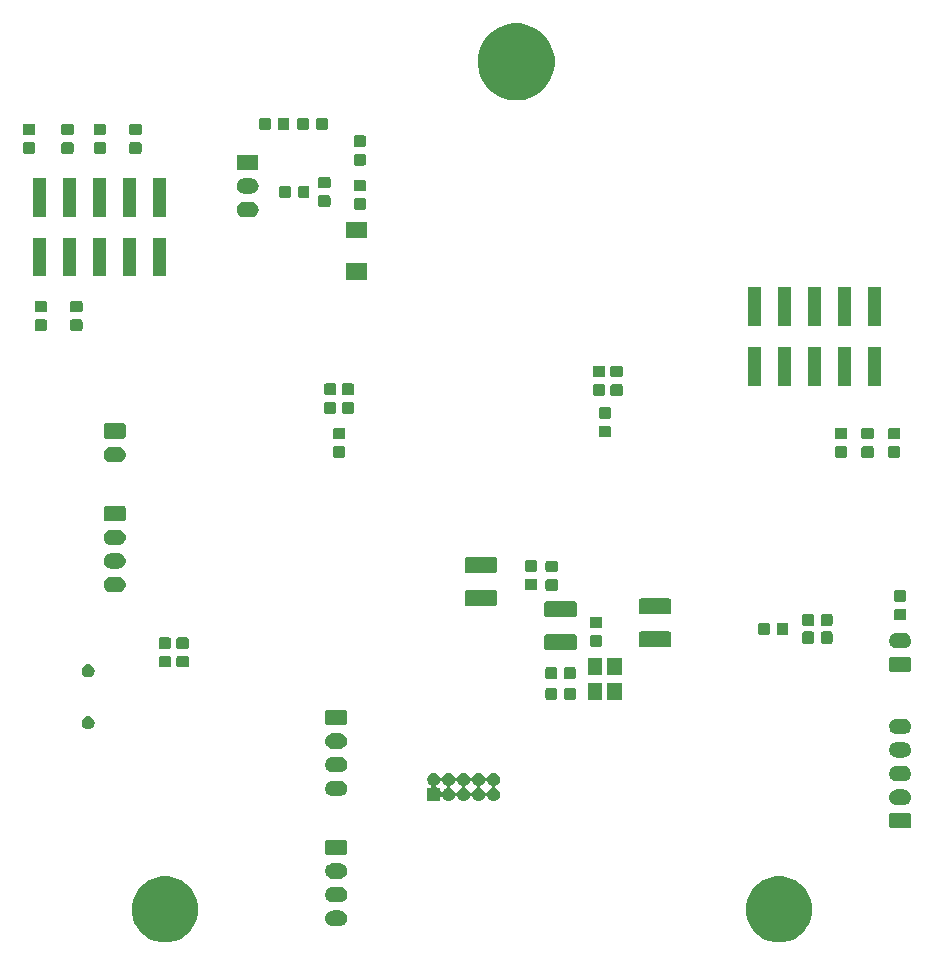
<source format=gbs>
G04 #@! TF.GenerationSoftware,KiCad,Pcbnew,(5.1.4)-1*
G04 #@! TF.CreationDate,2019-11-20T08:15:06+01:00*
G04 #@! TF.ProjectId,hardware_4850,68617264-7761-4726-955f-343835302e6b,rev?*
G04 #@! TF.SameCoordinates,Original*
G04 #@! TF.FileFunction,Soldermask,Bot*
G04 #@! TF.FilePolarity,Negative*
%FSLAX46Y46*%
G04 Gerber Fmt 4.6, Leading zero omitted, Abs format (unit mm)*
G04 Created by KiCad (PCBNEW (5.1.4)-1) date 2019-11-20 08:15:06*
%MOMM*%
%LPD*%
G04 APERTURE LIST*
%ADD10C,0.100000*%
G04 APERTURE END LIST*
D10*
G36*
X246067021Y-131806640D02*
G01*
X246576769Y-132017785D01*
X246576771Y-132017786D01*
X247035534Y-132324321D01*
X247425679Y-132714466D01*
X247732214Y-133173229D01*
X247732215Y-133173231D01*
X247943360Y-133682979D01*
X248051000Y-134224124D01*
X248051000Y-134775876D01*
X247943360Y-135317021D01*
X247745828Y-135793905D01*
X247732214Y-135826771D01*
X247425679Y-136285534D01*
X247035534Y-136675679D01*
X246576771Y-136982214D01*
X246576770Y-136982215D01*
X246576769Y-136982215D01*
X246067021Y-137193360D01*
X245525876Y-137301000D01*
X244974124Y-137301000D01*
X244432979Y-137193360D01*
X243923231Y-136982215D01*
X243923230Y-136982215D01*
X243923229Y-136982214D01*
X243464466Y-136675679D01*
X243074321Y-136285534D01*
X242767786Y-135826771D01*
X242754172Y-135793905D01*
X242556640Y-135317021D01*
X242449000Y-134775876D01*
X242449000Y-134224124D01*
X242556640Y-133682979D01*
X242767785Y-133173231D01*
X242767786Y-133173229D01*
X243074321Y-132714466D01*
X243464466Y-132324321D01*
X243923229Y-132017786D01*
X243923231Y-132017785D01*
X244432979Y-131806640D01*
X244974124Y-131699000D01*
X245525876Y-131699000D01*
X246067021Y-131806640D01*
X246067021Y-131806640D01*
G37*
G36*
X194067021Y-131806640D02*
G01*
X194576769Y-132017785D01*
X194576771Y-132017786D01*
X195035534Y-132324321D01*
X195425679Y-132714466D01*
X195732214Y-133173229D01*
X195732215Y-133173231D01*
X195943360Y-133682979D01*
X196051000Y-134224124D01*
X196051000Y-134775876D01*
X195943360Y-135317021D01*
X195745828Y-135793905D01*
X195732214Y-135826771D01*
X195425679Y-136285534D01*
X195035534Y-136675679D01*
X194576771Y-136982214D01*
X194576770Y-136982215D01*
X194576769Y-136982215D01*
X194067021Y-137193360D01*
X193525876Y-137301000D01*
X192974124Y-137301000D01*
X192432979Y-137193360D01*
X191923231Y-136982215D01*
X191923230Y-136982215D01*
X191923229Y-136982214D01*
X191464466Y-136675679D01*
X191074321Y-136285534D01*
X190767786Y-135826771D01*
X190754172Y-135793905D01*
X190556640Y-135317021D01*
X190449000Y-134775876D01*
X190449000Y-134224124D01*
X190556640Y-133682979D01*
X190767785Y-133173231D01*
X190767786Y-133173229D01*
X191074321Y-132714466D01*
X191464466Y-132324321D01*
X191923229Y-132017786D01*
X191923231Y-132017785D01*
X192432979Y-131806640D01*
X192974124Y-131699000D01*
X193525876Y-131699000D01*
X194067021Y-131806640D01*
X194067021Y-131806640D01*
G37*
G36*
X208088855Y-134602140D02*
G01*
X208152618Y-134608420D01*
X208243404Y-134635960D01*
X208275336Y-134645646D01*
X208388425Y-134706094D01*
X208487554Y-134787446D01*
X208568906Y-134886575D01*
X208629354Y-134999664D01*
X208629355Y-134999668D01*
X208666580Y-135122382D01*
X208679149Y-135250000D01*
X208666580Y-135377618D01*
X208639040Y-135468404D01*
X208629354Y-135500336D01*
X208568906Y-135613425D01*
X208487554Y-135712554D01*
X208388425Y-135793906D01*
X208275336Y-135854354D01*
X208243404Y-135864040D01*
X208152618Y-135891580D01*
X208088855Y-135897860D01*
X208056974Y-135901000D01*
X207443026Y-135901000D01*
X207411145Y-135897860D01*
X207347382Y-135891580D01*
X207256596Y-135864040D01*
X207224664Y-135854354D01*
X207111575Y-135793906D01*
X207012446Y-135712554D01*
X206931094Y-135613425D01*
X206870646Y-135500336D01*
X206860960Y-135468404D01*
X206833420Y-135377618D01*
X206820851Y-135250000D01*
X206833420Y-135122382D01*
X206870645Y-134999668D01*
X206870646Y-134999664D01*
X206931094Y-134886575D01*
X207012446Y-134787446D01*
X207111575Y-134706094D01*
X207224664Y-134645646D01*
X207256596Y-134635960D01*
X207347382Y-134608420D01*
X207411145Y-134602140D01*
X207443026Y-134599000D01*
X208056974Y-134599000D01*
X208088855Y-134602140D01*
X208088855Y-134602140D01*
G37*
G36*
X208088855Y-132602140D02*
G01*
X208152618Y-132608420D01*
X208243404Y-132635960D01*
X208275336Y-132645646D01*
X208388425Y-132706094D01*
X208487554Y-132787446D01*
X208568906Y-132886575D01*
X208629354Y-132999664D01*
X208629355Y-132999668D01*
X208666580Y-133122382D01*
X208679149Y-133250000D01*
X208666580Y-133377618D01*
X208639040Y-133468404D01*
X208629354Y-133500336D01*
X208568906Y-133613425D01*
X208487554Y-133712554D01*
X208388425Y-133793906D01*
X208275336Y-133854354D01*
X208243404Y-133864040D01*
X208152618Y-133891580D01*
X208088855Y-133897860D01*
X208056974Y-133901000D01*
X207443026Y-133901000D01*
X207411145Y-133897860D01*
X207347382Y-133891580D01*
X207256596Y-133864040D01*
X207224664Y-133854354D01*
X207111575Y-133793906D01*
X207012446Y-133712554D01*
X206931094Y-133613425D01*
X206870646Y-133500336D01*
X206860960Y-133468404D01*
X206833420Y-133377618D01*
X206820851Y-133250000D01*
X206833420Y-133122382D01*
X206870645Y-132999668D01*
X206870646Y-132999664D01*
X206931094Y-132886575D01*
X207012446Y-132787446D01*
X207111575Y-132706094D01*
X207224664Y-132645646D01*
X207256596Y-132635960D01*
X207347382Y-132608420D01*
X207411145Y-132602140D01*
X207443026Y-132599000D01*
X208056974Y-132599000D01*
X208088855Y-132602140D01*
X208088855Y-132602140D01*
G37*
G36*
X208088855Y-130602140D02*
G01*
X208152618Y-130608420D01*
X208243404Y-130635960D01*
X208275336Y-130645646D01*
X208388425Y-130706094D01*
X208487554Y-130787446D01*
X208568906Y-130886575D01*
X208629354Y-130999664D01*
X208629355Y-130999668D01*
X208666580Y-131122382D01*
X208679149Y-131250000D01*
X208666580Y-131377618D01*
X208639040Y-131468404D01*
X208629354Y-131500336D01*
X208568906Y-131613425D01*
X208487554Y-131712554D01*
X208388425Y-131793906D01*
X208275336Y-131854354D01*
X208243404Y-131864040D01*
X208152618Y-131891580D01*
X208088855Y-131897860D01*
X208056974Y-131901000D01*
X207443026Y-131901000D01*
X207411145Y-131897860D01*
X207347382Y-131891580D01*
X207256596Y-131864040D01*
X207224664Y-131854354D01*
X207111575Y-131793906D01*
X207012446Y-131712554D01*
X206931094Y-131613425D01*
X206870646Y-131500336D01*
X206860960Y-131468404D01*
X206833420Y-131377618D01*
X206820851Y-131250000D01*
X206833420Y-131122382D01*
X206870645Y-130999668D01*
X206870646Y-130999664D01*
X206931094Y-130886575D01*
X207012446Y-130787446D01*
X207111575Y-130706094D01*
X207224664Y-130645646D01*
X207256596Y-130635960D01*
X207347382Y-130608420D01*
X207411145Y-130602140D01*
X207443026Y-130599000D01*
X208056974Y-130599000D01*
X208088855Y-130602140D01*
X208088855Y-130602140D01*
G37*
G36*
X208516242Y-128603404D02*
G01*
X208553337Y-128614657D01*
X208587515Y-128632925D01*
X208617481Y-128657519D01*
X208642075Y-128687485D01*
X208660343Y-128721663D01*
X208671596Y-128758758D01*
X208676000Y-128803474D01*
X208676000Y-129696526D01*
X208671596Y-129741242D01*
X208660343Y-129778337D01*
X208642075Y-129812515D01*
X208617481Y-129842481D01*
X208587515Y-129867075D01*
X208553337Y-129885343D01*
X208516242Y-129896596D01*
X208471526Y-129901000D01*
X207028474Y-129901000D01*
X206983758Y-129896596D01*
X206946663Y-129885343D01*
X206912485Y-129867075D01*
X206882519Y-129842481D01*
X206857925Y-129812515D01*
X206839657Y-129778337D01*
X206828404Y-129741242D01*
X206824000Y-129696526D01*
X206824000Y-128803474D01*
X206828404Y-128758758D01*
X206839657Y-128721663D01*
X206857925Y-128687485D01*
X206882519Y-128657519D01*
X206912485Y-128632925D01*
X206946663Y-128614657D01*
X206983758Y-128603404D01*
X207028474Y-128599000D01*
X208471526Y-128599000D01*
X208516242Y-128603404D01*
X208516242Y-128603404D01*
G37*
G36*
X256266242Y-126353404D02*
G01*
X256303337Y-126364657D01*
X256337515Y-126382925D01*
X256367481Y-126407519D01*
X256392075Y-126437485D01*
X256410343Y-126471663D01*
X256421596Y-126508758D01*
X256426000Y-126553474D01*
X256426000Y-127446526D01*
X256421596Y-127491242D01*
X256410343Y-127528337D01*
X256392075Y-127562515D01*
X256367481Y-127592481D01*
X256337515Y-127617075D01*
X256303337Y-127635343D01*
X256266242Y-127646596D01*
X256221526Y-127651000D01*
X254778474Y-127651000D01*
X254733758Y-127646596D01*
X254696663Y-127635343D01*
X254662485Y-127617075D01*
X254632519Y-127592481D01*
X254607925Y-127562515D01*
X254589657Y-127528337D01*
X254578404Y-127491242D01*
X254574000Y-127446526D01*
X254574000Y-126553474D01*
X254578404Y-126508758D01*
X254589657Y-126471663D01*
X254607925Y-126437485D01*
X254632519Y-126407519D01*
X254662485Y-126382925D01*
X254696663Y-126364657D01*
X254733758Y-126353404D01*
X254778474Y-126349000D01*
X256221526Y-126349000D01*
X256266242Y-126353404D01*
X256266242Y-126353404D01*
G37*
G36*
X255838855Y-124352140D02*
G01*
X255902618Y-124358420D01*
X255965905Y-124377618D01*
X256025336Y-124395646D01*
X256138425Y-124456094D01*
X256237554Y-124537446D01*
X256318906Y-124636575D01*
X256379354Y-124749664D01*
X256379355Y-124749668D01*
X256416580Y-124872382D01*
X256429149Y-125000000D01*
X256416580Y-125127618D01*
X256391482Y-125210356D01*
X256379354Y-125250336D01*
X256318906Y-125363425D01*
X256237554Y-125462554D01*
X256138425Y-125543906D01*
X256025336Y-125604354D01*
X255993404Y-125614040D01*
X255902618Y-125641580D01*
X255838855Y-125647860D01*
X255806974Y-125651000D01*
X255193026Y-125651000D01*
X255161145Y-125647860D01*
X255097382Y-125641580D01*
X255006596Y-125614040D01*
X254974664Y-125604354D01*
X254861575Y-125543906D01*
X254762446Y-125462554D01*
X254681094Y-125363425D01*
X254620646Y-125250336D01*
X254608518Y-125210356D01*
X254583420Y-125127618D01*
X254570851Y-125000000D01*
X254583420Y-124872382D01*
X254620645Y-124749668D01*
X254620646Y-124749664D01*
X254681094Y-124636575D01*
X254762446Y-124537446D01*
X254861575Y-124456094D01*
X254974664Y-124395646D01*
X255034095Y-124377618D01*
X255097382Y-124358420D01*
X255161145Y-124352140D01*
X255193026Y-124349000D01*
X255806974Y-124349000D01*
X255838855Y-124352140D01*
X255838855Y-124352140D01*
G37*
G36*
X216108015Y-122936973D02*
G01*
X216211879Y-122968479D01*
X216239055Y-122983005D01*
X216307600Y-123019643D01*
X216391501Y-123088499D01*
X216460357Y-123172400D01*
X216496995Y-123240945D01*
X216511521Y-123268121D01*
X216515388Y-123280869D01*
X216524760Y-123303496D01*
X216538374Y-123323870D01*
X216555701Y-123341197D01*
X216576075Y-123354811D01*
X216598714Y-123364188D01*
X216622747Y-123368969D01*
X216647251Y-123368969D01*
X216671285Y-123364189D01*
X216693924Y-123354812D01*
X216714298Y-123341198D01*
X216731625Y-123323871D01*
X216745239Y-123303497D01*
X216754612Y-123280869D01*
X216758479Y-123268121D01*
X216773005Y-123240945D01*
X216809643Y-123172400D01*
X216878499Y-123088499D01*
X216962400Y-123019643D01*
X217030945Y-122983005D01*
X217058121Y-122968479D01*
X217161985Y-122936973D01*
X217242933Y-122929000D01*
X217297067Y-122929000D01*
X217378015Y-122936973D01*
X217481879Y-122968479D01*
X217509055Y-122983005D01*
X217577600Y-123019643D01*
X217661501Y-123088499D01*
X217730357Y-123172400D01*
X217766995Y-123240945D01*
X217781521Y-123268121D01*
X217785388Y-123280869D01*
X217794760Y-123303496D01*
X217808374Y-123323870D01*
X217825701Y-123341197D01*
X217846075Y-123354811D01*
X217868714Y-123364188D01*
X217892747Y-123368969D01*
X217917251Y-123368969D01*
X217941285Y-123364189D01*
X217963924Y-123354812D01*
X217984298Y-123341198D01*
X218001625Y-123323871D01*
X218015239Y-123303497D01*
X218024612Y-123280869D01*
X218028479Y-123268121D01*
X218043005Y-123240945D01*
X218079643Y-123172400D01*
X218148499Y-123088499D01*
X218232400Y-123019643D01*
X218300945Y-122983005D01*
X218328121Y-122968479D01*
X218431985Y-122936973D01*
X218512933Y-122929000D01*
X218567067Y-122929000D01*
X218648015Y-122936973D01*
X218751879Y-122968479D01*
X218779055Y-122983005D01*
X218847600Y-123019643D01*
X218931501Y-123088499D01*
X219000357Y-123172400D01*
X219036995Y-123240945D01*
X219051521Y-123268121D01*
X219055388Y-123280869D01*
X219064760Y-123303496D01*
X219078374Y-123323870D01*
X219095701Y-123341197D01*
X219116075Y-123354811D01*
X219138714Y-123364188D01*
X219162747Y-123368969D01*
X219187251Y-123368969D01*
X219211285Y-123364189D01*
X219233924Y-123354812D01*
X219254298Y-123341198D01*
X219271625Y-123323871D01*
X219285239Y-123303497D01*
X219294612Y-123280869D01*
X219298479Y-123268121D01*
X219313005Y-123240945D01*
X219349643Y-123172400D01*
X219418499Y-123088499D01*
X219502400Y-123019643D01*
X219570945Y-122983005D01*
X219598121Y-122968479D01*
X219701985Y-122936973D01*
X219782933Y-122929000D01*
X219837067Y-122929000D01*
X219918015Y-122936973D01*
X220021879Y-122968479D01*
X220049055Y-122983005D01*
X220117600Y-123019643D01*
X220201501Y-123088499D01*
X220270357Y-123172400D01*
X220306995Y-123240945D01*
X220321521Y-123268121D01*
X220325388Y-123280869D01*
X220334760Y-123303496D01*
X220348374Y-123323870D01*
X220365701Y-123341197D01*
X220386075Y-123354811D01*
X220408714Y-123364188D01*
X220432747Y-123368969D01*
X220457251Y-123368969D01*
X220481285Y-123364189D01*
X220503924Y-123354812D01*
X220524298Y-123341198D01*
X220541625Y-123323871D01*
X220555239Y-123303497D01*
X220564612Y-123280869D01*
X220568479Y-123268121D01*
X220583005Y-123240945D01*
X220619643Y-123172400D01*
X220688499Y-123088499D01*
X220772400Y-123019643D01*
X220840945Y-122983005D01*
X220868121Y-122968479D01*
X220971985Y-122936973D01*
X221052933Y-122929000D01*
X221107067Y-122929000D01*
X221188015Y-122936973D01*
X221291879Y-122968479D01*
X221319055Y-122983005D01*
X221387600Y-123019643D01*
X221471501Y-123088499D01*
X221540357Y-123172400D01*
X221576995Y-123240945D01*
X221591521Y-123268121D01*
X221623027Y-123371985D01*
X221633666Y-123480000D01*
X221623027Y-123588015D01*
X221591521Y-123691879D01*
X221591519Y-123691882D01*
X221540357Y-123787600D01*
X221471501Y-123871501D01*
X221387600Y-123940357D01*
X221332014Y-123970068D01*
X221291879Y-123991521D01*
X221279131Y-123995388D01*
X221256504Y-124004760D01*
X221236130Y-124018374D01*
X221218803Y-124035701D01*
X221205189Y-124056075D01*
X221195812Y-124078714D01*
X221191031Y-124102747D01*
X221191031Y-124127251D01*
X221195811Y-124151285D01*
X221205188Y-124173924D01*
X221218802Y-124194298D01*
X221236129Y-124211625D01*
X221256503Y-124225239D01*
X221279131Y-124234612D01*
X221291879Y-124238479D01*
X221313433Y-124250000D01*
X221387600Y-124289643D01*
X221471501Y-124358499D01*
X221540357Y-124442400D01*
X221571322Y-124500332D01*
X221591521Y-124538121D01*
X221623027Y-124641985D01*
X221633666Y-124750000D01*
X221623027Y-124858015D01*
X221591521Y-124961879D01*
X221591191Y-124962496D01*
X221540357Y-125057600D01*
X221471501Y-125141501D01*
X221387600Y-125210357D01*
X221319055Y-125246995D01*
X221291879Y-125261521D01*
X221188015Y-125293027D01*
X221107067Y-125301000D01*
X221052933Y-125301000D01*
X220971985Y-125293027D01*
X220868121Y-125261521D01*
X220840945Y-125246995D01*
X220772400Y-125210357D01*
X220688499Y-125141501D01*
X220619643Y-125057600D01*
X220568809Y-124962496D01*
X220568479Y-124961879D01*
X220564612Y-124949131D01*
X220555240Y-124926504D01*
X220541626Y-124906130D01*
X220524299Y-124888803D01*
X220503925Y-124875189D01*
X220481286Y-124865812D01*
X220457253Y-124861031D01*
X220432749Y-124861031D01*
X220408715Y-124865811D01*
X220386076Y-124875188D01*
X220365702Y-124888802D01*
X220348375Y-124906129D01*
X220334761Y-124926503D01*
X220325388Y-124949131D01*
X220321521Y-124961879D01*
X220321191Y-124962496D01*
X220270357Y-125057600D01*
X220201501Y-125141501D01*
X220117600Y-125210357D01*
X220049055Y-125246995D01*
X220021879Y-125261521D01*
X219918015Y-125293027D01*
X219837067Y-125301000D01*
X219782933Y-125301000D01*
X219701985Y-125293027D01*
X219598121Y-125261521D01*
X219570945Y-125246995D01*
X219502400Y-125210357D01*
X219418499Y-125141501D01*
X219349643Y-125057600D01*
X219298809Y-124962496D01*
X219298479Y-124961879D01*
X219294612Y-124949131D01*
X219285240Y-124926504D01*
X219271626Y-124906130D01*
X219254299Y-124888803D01*
X219233925Y-124875189D01*
X219211286Y-124865812D01*
X219187253Y-124861031D01*
X219162749Y-124861031D01*
X219138715Y-124865811D01*
X219116076Y-124875188D01*
X219095702Y-124888802D01*
X219078375Y-124906129D01*
X219064761Y-124926503D01*
X219055388Y-124949131D01*
X219051521Y-124961879D01*
X219051191Y-124962496D01*
X219000357Y-125057600D01*
X218931501Y-125141501D01*
X218847600Y-125210357D01*
X218779055Y-125246995D01*
X218751879Y-125261521D01*
X218648015Y-125293027D01*
X218567067Y-125301000D01*
X218512933Y-125301000D01*
X218431985Y-125293027D01*
X218328121Y-125261521D01*
X218300945Y-125246995D01*
X218232400Y-125210357D01*
X218148499Y-125141501D01*
X218079643Y-125057600D01*
X218028809Y-124962496D01*
X218028479Y-124961879D01*
X218024612Y-124949131D01*
X218015240Y-124926504D01*
X218001626Y-124906130D01*
X217984299Y-124888803D01*
X217963925Y-124875189D01*
X217941286Y-124865812D01*
X217917253Y-124861031D01*
X217892749Y-124861031D01*
X217868715Y-124865811D01*
X217846076Y-124875188D01*
X217825702Y-124888802D01*
X217808375Y-124906129D01*
X217794761Y-124926503D01*
X217785388Y-124949131D01*
X217781521Y-124961879D01*
X217781191Y-124962496D01*
X217730357Y-125057600D01*
X217661501Y-125141501D01*
X217577600Y-125210357D01*
X217509055Y-125246995D01*
X217481879Y-125261521D01*
X217378015Y-125293027D01*
X217297067Y-125301000D01*
X217242933Y-125301000D01*
X217161985Y-125293027D01*
X217058121Y-125261521D01*
X217030945Y-125246995D01*
X216962400Y-125210357D01*
X216878499Y-125141501D01*
X216809645Y-125057601D01*
X216809644Y-125057600D01*
X216786236Y-125013807D01*
X216772625Y-124993437D01*
X216755298Y-124976110D01*
X216734924Y-124962496D01*
X216712285Y-124953119D01*
X216688252Y-124948338D01*
X216663748Y-124948338D01*
X216639714Y-124953118D01*
X216617076Y-124962495D01*
X216596701Y-124976109D01*
X216579374Y-124993436D01*
X216565760Y-125013810D01*
X216556383Y-125036449D01*
X216551602Y-125060482D01*
X216551000Y-125072735D01*
X216551000Y-125301000D01*
X215449000Y-125301000D01*
X215449000Y-124199000D01*
X215677265Y-124199000D01*
X215701651Y-124196598D01*
X215725100Y-124189485D01*
X215746711Y-124177934D01*
X215765653Y-124162389D01*
X215781198Y-124143447D01*
X215792749Y-124121836D01*
X215799862Y-124098387D01*
X215802264Y-124074001D01*
X215801058Y-124061748D01*
X216198338Y-124061748D01*
X216198338Y-124086252D01*
X216203118Y-124110286D01*
X216212495Y-124132924D01*
X216226109Y-124153299D01*
X216243436Y-124170626D01*
X216263810Y-124184240D01*
X216286449Y-124193617D01*
X216310482Y-124198398D01*
X216322735Y-124199000D01*
X216551000Y-124199000D01*
X216551000Y-124427265D01*
X216553402Y-124451651D01*
X216560515Y-124475100D01*
X216572066Y-124496711D01*
X216587611Y-124515653D01*
X216606553Y-124531198D01*
X216628164Y-124542749D01*
X216651613Y-124549862D01*
X216675999Y-124552264D01*
X216700385Y-124549862D01*
X216723834Y-124542749D01*
X216745445Y-124531198D01*
X216764387Y-124515653D01*
X216779932Y-124496711D01*
X216786233Y-124486198D01*
X216809644Y-124442400D01*
X216878499Y-124358499D01*
X216890074Y-124349000D01*
X216962400Y-124289643D01*
X217036567Y-124250000D01*
X217058121Y-124238479D01*
X217070869Y-124234612D01*
X217093496Y-124225240D01*
X217113870Y-124211626D01*
X217131197Y-124194299D01*
X217144811Y-124173925D01*
X217154188Y-124151286D01*
X217158969Y-124127253D01*
X217158969Y-124102749D01*
X217158969Y-124102747D01*
X217381031Y-124102747D01*
X217381031Y-124127251D01*
X217385811Y-124151285D01*
X217395188Y-124173924D01*
X217408802Y-124194298D01*
X217426129Y-124211625D01*
X217446503Y-124225239D01*
X217469131Y-124234612D01*
X217481879Y-124238479D01*
X217503433Y-124250000D01*
X217577600Y-124289643D01*
X217661501Y-124358499D01*
X217730357Y-124442400D01*
X217761322Y-124500332D01*
X217781521Y-124538121D01*
X217785388Y-124550869D01*
X217794760Y-124573496D01*
X217808374Y-124593870D01*
X217825701Y-124611197D01*
X217846075Y-124624811D01*
X217868714Y-124634188D01*
X217892747Y-124638969D01*
X217917251Y-124638969D01*
X217941285Y-124634189D01*
X217963924Y-124624812D01*
X217984298Y-124611198D01*
X218001625Y-124593871D01*
X218015239Y-124573497D01*
X218024612Y-124550869D01*
X218028479Y-124538121D01*
X218048678Y-124500332D01*
X218079643Y-124442400D01*
X218148499Y-124358499D01*
X218232400Y-124289643D01*
X218306567Y-124250000D01*
X218328121Y-124238479D01*
X218340869Y-124234612D01*
X218363496Y-124225240D01*
X218383870Y-124211626D01*
X218401197Y-124194299D01*
X218414811Y-124173925D01*
X218424188Y-124151286D01*
X218428969Y-124127253D01*
X218428969Y-124102749D01*
X218428969Y-124102747D01*
X218651031Y-124102747D01*
X218651031Y-124127251D01*
X218655811Y-124151285D01*
X218665188Y-124173924D01*
X218678802Y-124194298D01*
X218696129Y-124211625D01*
X218716503Y-124225239D01*
X218739131Y-124234612D01*
X218751879Y-124238479D01*
X218773433Y-124250000D01*
X218847600Y-124289643D01*
X218931501Y-124358499D01*
X219000357Y-124442400D01*
X219031322Y-124500332D01*
X219051521Y-124538121D01*
X219055388Y-124550869D01*
X219064760Y-124573496D01*
X219078374Y-124593870D01*
X219095701Y-124611197D01*
X219116075Y-124624811D01*
X219138714Y-124634188D01*
X219162747Y-124638969D01*
X219187251Y-124638969D01*
X219211285Y-124634189D01*
X219233924Y-124624812D01*
X219254298Y-124611198D01*
X219271625Y-124593871D01*
X219285239Y-124573497D01*
X219294612Y-124550869D01*
X219298479Y-124538121D01*
X219318678Y-124500332D01*
X219349643Y-124442400D01*
X219418499Y-124358499D01*
X219502400Y-124289643D01*
X219576567Y-124250000D01*
X219598121Y-124238479D01*
X219610869Y-124234612D01*
X219633496Y-124225240D01*
X219653870Y-124211626D01*
X219671197Y-124194299D01*
X219684811Y-124173925D01*
X219694188Y-124151286D01*
X219698969Y-124127253D01*
X219698969Y-124102749D01*
X219698969Y-124102747D01*
X219921031Y-124102747D01*
X219921031Y-124127251D01*
X219925811Y-124151285D01*
X219935188Y-124173924D01*
X219948802Y-124194298D01*
X219966129Y-124211625D01*
X219986503Y-124225239D01*
X220009131Y-124234612D01*
X220021879Y-124238479D01*
X220043433Y-124250000D01*
X220117600Y-124289643D01*
X220201501Y-124358499D01*
X220270357Y-124442400D01*
X220301322Y-124500332D01*
X220321521Y-124538121D01*
X220325388Y-124550869D01*
X220334760Y-124573496D01*
X220348374Y-124593870D01*
X220365701Y-124611197D01*
X220386075Y-124624811D01*
X220408714Y-124634188D01*
X220432747Y-124638969D01*
X220457251Y-124638969D01*
X220481285Y-124634189D01*
X220503924Y-124624812D01*
X220524298Y-124611198D01*
X220541625Y-124593871D01*
X220555239Y-124573497D01*
X220564612Y-124550869D01*
X220568479Y-124538121D01*
X220588678Y-124500332D01*
X220619643Y-124442400D01*
X220688499Y-124358499D01*
X220772400Y-124289643D01*
X220846567Y-124250000D01*
X220868121Y-124238479D01*
X220880869Y-124234612D01*
X220903496Y-124225240D01*
X220923870Y-124211626D01*
X220941197Y-124194299D01*
X220954811Y-124173925D01*
X220964188Y-124151286D01*
X220968969Y-124127253D01*
X220968969Y-124102749D01*
X220964189Y-124078715D01*
X220954812Y-124056076D01*
X220941198Y-124035702D01*
X220923871Y-124018375D01*
X220903497Y-124004761D01*
X220880869Y-123995388D01*
X220868121Y-123991521D01*
X220827986Y-123970068D01*
X220772400Y-123940357D01*
X220688499Y-123871501D01*
X220619643Y-123787600D01*
X220568481Y-123691882D01*
X220568479Y-123691879D01*
X220564612Y-123679131D01*
X220555240Y-123656504D01*
X220541626Y-123636130D01*
X220524299Y-123618803D01*
X220503925Y-123605189D01*
X220481286Y-123595812D01*
X220457253Y-123591031D01*
X220432749Y-123591031D01*
X220408715Y-123595811D01*
X220386076Y-123605188D01*
X220365702Y-123618802D01*
X220348375Y-123636129D01*
X220334761Y-123656503D01*
X220325388Y-123679131D01*
X220321521Y-123691879D01*
X220321519Y-123691882D01*
X220270357Y-123787600D01*
X220201501Y-123871501D01*
X220117600Y-123940357D01*
X220062014Y-123970068D01*
X220021879Y-123991521D01*
X220009131Y-123995388D01*
X219986504Y-124004760D01*
X219966130Y-124018374D01*
X219948803Y-124035701D01*
X219935189Y-124056075D01*
X219925812Y-124078714D01*
X219921031Y-124102747D01*
X219698969Y-124102747D01*
X219694189Y-124078715D01*
X219684812Y-124056076D01*
X219671198Y-124035702D01*
X219653871Y-124018375D01*
X219633497Y-124004761D01*
X219610869Y-123995388D01*
X219598121Y-123991521D01*
X219557986Y-123970068D01*
X219502400Y-123940357D01*
X219418499Y-123871501D01*
X219349643Y-123787600D01*
X219298481Y-123691882D01*
X219298479Y-123691879D01*
X219294612Y-123679131D01*
X219285240Y-123656504D01*
X219271626Y-123636130D01*
X219254299Y-123618803D01*
X219233925Y-123605189D01*
X219211286Y-123595812D01*
X219187253Y-123591031D01*
X219162749Y-123591031D01*
X219138715Y-123595811D01*
X219116076Y-123605188D01*
X219095702Y-123618802D01*
X219078375Y-123636129D01*
X219064761Y-123656503D01*
X219055388Y-123679131D01*
X219051521Y-123691879D01*
X219051519Y-123691882D01*
X219000357Y-123787600D01*
X218931501Y-123871501D01*
X218847600Y-123940357D01*
X218792014Y-123970068D01*
X218751879Y-123991521D01*
X218739131Y-123995388D01*
X218716504Y-124004760D01*
X218696130Y-124018374D01*
X218678803Y-124035701D01*
X218665189Y-124056075D01*
X218655812Y-124078714D01*
X218651031Y-124102747D01*
X218428969Y-124102747D01*
X218424189Y-124078715D01*
X218414812Y-124056076D01*
X218401198Y-124035702D01*
X218383871Y-124018375D01*
X218363497Y-124004761D01*
X218340869Y-123995388D01*
X218328121Y-123991521D01*
X218287986Y-123970068D01*
X218232400Y-123940357D01*
X218148499Y-123871501D01*
X218079643Y-123787600D01*
X218028481Y-123691882D01*
X218028479Y-123691879D01*
X218024612Y-123679131D01*
X218015240Y-123656504D01*
X218001626Y-123636130D01*
X217984299Y-123618803D01*
X217963925Y-123605189D01*
X217941286Y-123595812D01*
X217917253Y-123591031D01*
X217892749Y-123591031D01*
X217868715Y-123595811D01*
X217846076Y-123605188D01*
X217825702Y-123618802D01*
X217808375Y-123636129D01*
X217794761Y-123656503D01*
X217785388Y-123679131D01*
X217781521Y-123691879D01*
X217781519Y-123691882D01*
X217730357Y-123787600D01*
X217661501Y-123871501D01*
X217577600Y-123940357D01*
X217522014Y-123970068D01*
X217481879Y-123991521D01*
X217469131Y-123995388D01*
X217446504Y-124004760D01*
X217426130Y-124018374D01*
X217408803Y-124035701D01*
X217395189Y-124056075D01*
X217385812Y-124078714D01*
X217381031Y-124102747D01*
X217158969Y-124102747D01*
X217154189Y-124078715D01*
X217144812Y-124056076D01*
X217131198Y-124035702D01*
X217113871Y-124018375D01*
X217093497Y-124004761D01*
X217070869Y-123995388D01*
X217058121Y-123991521D01*
X217017986Y-123970068D01*
X216962400Y-123940357D01*
X216878499Y-123871501D01*
X216809643Y-123787600D01*
X216758481Y-123691882D01*
X216758479Y-123691879D01*
X216754612Y-123679131D01*
X216745240Y-123656504D01*
X216731626Y-123636130D01*
X216714299Y-123618803D01*
X216693925Y-123605189D01*
X216671286Y-123595812D01*
X216647253Y-123591031D01*
X216622749Y-123591031D01*
X216598715Y-123595811D01*
X216576076Y-123605188D01*
X216555702Y-123618802D01*
X216538375Y-123636129D01*
X216524761Y-123656503D01*
X216515388Y-123679131D01*
X216511521Y-123691879D01*
X216511519Y-123691882D01*
X216460357Y-123787600D01*
X216391501Y-123871501D01*
X216307600Y-123940356D01*
X216263807Y-123963764D01*
X216243437Y-123977375D01*
X216226110Y-123994702D01*
X216212496Y-124015076D01*
X216203119Y-124037715D01*
X216198338Y-124061748D01*
X215801058Y-124061748D01*
X215799862Y-124049615D01*
X215792749Y-124026166D01*
X215781198Y-124004555D01*
X215765653Y-123985613D01*
X215746711Y-123970068D01*
X215736198Y-123963767D01*
X215692400Y-123940356D01*
X215608499Y-123871501D01*
X215539643Y-123787600D01*
X215488481Y-123691882D01*
X215488479Y-123691879D01*
X215456973Y-123588015D01*
X215446334Y-123480000D01*
X215456973Y-123371985D01*
X215488479Y-123268121D01*
X215503005Y-123240945D01*
X215539643Y-123172400D01*
X215608499Y-123088499D01*
X215692400Y-123019643D01*
X215760945Y-122983005D01*
X215788121Y-122968479D01*
X215891985Y-122936973D01*
X215972933Y-122929000D01*
X216027067Y-122929000D01*
X216108015Y-122936973D01*
X216108015Y-122936973D01*
G37*
G36*
X208088855Y-123602140D02*
G01*
X208152618Y-123608420D01*
X208243404Y-123635960D01*
X208275336Y-123645646D01*
X208388425Y-123706094D01*
X208487554Y-123787446D01*
X208568906Y-123886575D01*
X208629354Y-123999664D01*
X208635030Y-124018375D01*
X208666580Y-124122382D01*
X208679149Y-124250000D01*
X208666580Y-124377618D01*
X208644122Y-124451651D01*
X208629354Y-124500336D01*
X208568906Y-124613425D01*
X208487554Y-124712554D01*
X208388425Y-124793906D01*
X208275336Y-124854354D01*
X208263267Y-124858015D01*
X208152618Y-124891580D01*
X208088855Y-124897860D01*
X208056974Y-124901000D01*
X207443026Y-124901000D01*
X207411145Y-124897860D01*
X207347382Y-124891580D01*
X207236733Y-124858015D01*
X207224664Y-124854354D01*
X207111575Y-124793906D01*
X207012446Y-124712554D01*
X206931094Y-124613425D01*
X206870646Y-124500336D01*
X206855878Y-124451651D01*
X206833420Y-124377618D01*
X206820851Y-124250000D01*
X206833420Y-124122382D01*
X206864970Y-124018375D01*
X206870646Y-123999664D01*
X206931094Y-123886575D01*
X207012446Y-123787446D01*
X207111575Y-123706094D01*
X207224664Y-123645646D01*
X207256596Y-123635960D01*
X207347382Y-123608420D01*
X207411145Y-123602140D01*
X207443026Y-123599000D01*
X208056974Y-123599000D01*
X208088855Y-123602140D01*
X208088855Y-123602140D01*
G37*
G36*
X255838855Y-122352140D02*
G01*
X255902618Y-122358420D01*
X255965905Y-122377618D01*
X256025336Y-122395646D01*
X256138425Y-122456094D01*
X256237554Y-122537446D01*
X256318906Y-122636575D01*
X256379354Y-122749664D01*
X256379355Y-122749668D01*
X256416580Y-122872382D01*
X256429149Y-123000000D01*
X256416580Y-123127618D01*
X256402995Y-123172400D01*
X256379354Y-123250336D01*
X256318906Y-123363425D01*
X256237554Y-123462554D01*
X256138425Y-123543906D01*
X256025336Y-123604354D01*
X256022583Y-123605189D01*
X255902618Y-123641580D01*
X255861344Y-123645645D01*
X255806974Y-123651000D01*
X255193026Y-123651000D01*
X255138656Y-123645645D01*
X255097382Y-123641580D01*
X254977417Y-123605189D01*
X254974664Y-123604354D01*
X254861575Y-123543906D01*
X254762446Y-123462554D01*
X254681094Y-123363425D01*
X254620646Y-123250336D01*
X254597005Y-123172400D01*
X254583420Y-123127618D01*
X254570851Y-123000000D01*
X254583420Y-122872382D01*
X254620645Y-122749668D01*
X254620646Y-122749664D01*
X254681094Y-122636575D01*
X254762446Y-122537446D01*
X254861575Y-122456094D01*
X254974664Y-122395646D01*
X255034095Y-122377618D01*
X255097382Y-122358420D01*
X255161145Y-122352140D01*
X255193026Y-122349000D01*
X255806974Y-122349000D01*
X255838855Y-122352140D01*
X255838855Y-122352140D01*
G37*
G36*
X208088855Y-121602140D02*
G01*
X208152618Y-121608420D01*
X208243404Y-121635960D01*
X208275336Y-121645646D01*
X208388425Y-121706094D01*
X208487554Y-121787446D01*
X208568906Y-121886575D01*
X208629354Y-121999664D01*
X208629355Y-121999668D01*
X208666580Y-122122382D01*
X208679149Y-122250000D01*
X208666580Y-122377618D01*
X208661111Y-122395646D01*
X208629354Y-122500336D01*
X208568906Y-122613425D01*
X208487554Y-122712554D01*
X208388425Y-122793906D01*
X208275336Y-122854354D01*
X208243404Y-122864040D01*
X208152618Y-122891580D01*
X208088855Y-122897860D01*
X208056974Y-122901000D01*
X207443026Y-122901000D01*
X207411145Y-122897860D01*
X207347382Y-122891580D01*
X207256596Y-122864040D01*
X207224664Y-122854354D01*
X207111575Y-122793906D01*
X207012446Y-122712554D01*
X206931094Y-122613425D01*
X206870646Y-122500336D01*
X206838889Y-122395646D01*
X206833420Y-122377618D01*
X206820851Y-122250000D01*
X206833420Y-122122382D01*
X206870645Y-121999668D01*
X206870646Y-121999664D01*
X206931094Y-121886575D01*
X207012446Y-121787446D01*
X207111575Y-121706094D01*
X207224664Y-121645646D01*
X207256596Y-121635960D01*
X207347382Y-121608420D01*
X207411145Y-121602140D01*
X207443026Y-121599000D01*
X208056974Y-121599000D01*
X208088855Y-121602140D01*
X208088855Y-121602140D01*
G37*
G36*
X255838855Y-120352140D02*
G01*
X255902618Y-120358420D01*
X255965905Y-120377618D01*
X256025336Y-120395646D01*
X256138425Y-120456094D01*
X256237554Y-120537446D01*
X256318906Y-120636575D01*
X256379354Y-120749664D01*
X256379355Y-120749668D01*
X256416580Y-120872382D01*
X256429149Y-121000000D01*
X256416580Y-121127618D01*
X256389040Y-121218404D01*
X256379354Y-121250336D01*
X256318906Y-121363425D01*
X256237554Y-121462554D01*
X256138425Y-121543906D01*
X256025336Y-121604354D01*
X256011932Y-121608420D01*
X255902618Y-121641580D01*
X255861344Y-121645645D01*
X255806974Y-121651000D01*
X255193026Y-121651000D01*
X255138656Y-121645645D01*
X255097382Y-121641580D01*
X254988068Y-121608420D01*
X254974664Y-121604354D01*
X254861575Y-121543906D01*
X254762446Y-121462554D01*
X254681094Y-121363425D01*
X254620646Y-121250336D01*
X254610960Y-121218404D01*
X254583420Y-121127618D01*
X254570851Y-121000000D01*
X254583420Y-120872382D01*
X254620645Y-120749668D01*
X254620646Y-120749664D01*
X254681094Y-120636575D01*
X254762446Y-120537446D01*
X254861575Y-120456094D01*
X254974664Y-120395646D01*
X255034095Y-120377618D01*
X255097382Y-120358420D01*
X255161145Y-120352140D01*
X255193026Y-120349000D01*
X255806974Y-120349000D01*
X255838855Y-120352140D01*
X255838855Y-120352140D01*
G37*
G36*
X208088855Y-119602140D02*
G01*
X208152618Y-119608420D01*
X208243404Y-119635960D01*
X208275336Y-119645646D01*
X208388425Y-119706094D01*
X208487554Y-119787446D01*
X208568906Y-119886575D01*
X208629354Y-119999664D01*
X208629355Y-119999668D01*
X208666580Y-120122382D01*
X208679149Y-120250000D01*
X208666580Y-120377618D01*
X208661111Y-120395646D01*
X208629354Y-120500336D01*
X208568906Y-120613425D01*
X208487554Y-120712554D01*
X208388425Y-120793906D01*
X208275336Y-120854354D01*
X208243404Y-120864040D01*
X208152618Y-120891580D01*
X208088855Y-120897860D01*
X208056974Y-120901000D01*
X207443026Y-120901000D01*
X207411145Y-120897860D01*
X207347382Y-120891580D01*
X207256596Y-120864040D01*
X207224664Y-120854354D01*
X207111575Y-120793906D01*
X207012446Y-120712554D01*
X206931094Y-120613425D01*
X206870646Y-120500336D01*
X206838889Y-120395646D01*
X206833420Y-120377618D01*
X206820851Y-120250000D01*
X206833420Y-120122382D01*
X206870645Y-119999668D01*
X206870646Y-119999664D01*
X206931094Y-119886575D01*
X207012446Y-119787446D01*
X207111575Y-119706094D01*
X207224664Y-119645646D01*
X207256596Y-119635960D01*
X207347382Y-119608420D01*
X207411145Y-119602140D01*
X207443026Y-119599000D01*
X208056974Y-119599000D01*
X208088855Y-119602140D01*
X208088855Y-119602140D01*
G37*
G36*
X255838855Y-118352140D02*
G01*
X255902618Y-118358420D01*
X255993404Y-118385960D01*
X256025336Y-118395646D01*
X256138425Y-118456094D01*
X256237554Y-118537446D01*
X256318906Y-118636575D01*
X256379354Y-118749664D01*
X256379355Y-118749668D01*
X256416580Y-118872382D01*
X256429149Y-119000000D01*
X256416580Y-119127618D01*
X256398175Y-119188290D01*
X256379354Y-119250336D01*
X256318906Y-119363425D01*
X256237554Y-119462554D01*
X256138425Y-119543906D01*
X256025336Y-119604354D01*
X256011932Y-119608420D01*
X255902618Y-119641580D01*
X255861344Y-119645645D01*
X255806974Y-119651000D01*
X255193026Y-119651000D01*
X255138656Y-119645645D01*
X255097382Y-119641580D01*
X254988068Y-119608420D01*
X254974664Y-119604354D01*
X254861575Y-119543906D01*
X254762446Y-119462554D01*
X254681094Y-119363425D01*
X254620646Y-119250336D01*
X254601825Y-119188290D01*
X254583420Y-119127618D01*
X254570851Y-119000000D01*
X254583420Y-118872382D01*
X254620645Y-118749668D01*
X254620646Y-118749664D01*
X254681094Y-118636575D01*
X254762446Y-118537446D01*
X254861575Y-118456094D01*
X254974664Y-118395646D01*
X255006596Y-118385960D01*
X255097382Y-118358420D01*
X255161145Y-118352140D01*
X255193026Y-118349000D01*
X255806974Y-118349000D01*
X255838855Y-118352140D01*
X255838855Y-118352140D01*
G37*
G36*
X186910721Y-118170174D02*
G01*
X187010995Y-118211709D01*
X187010996Y-118211710D01*
X187101242Y-118272010D01*
X187177990Y-118348758D01*
X187184446Y-118358420D01*
X187238291Y-118439005D01*
X187279826Y-118539279D01*
X187301000Y-118645730D01*
X187301000Y-118754270D01*
X187279826Y-118860721D01*
X187238291Y-118960995D01*
X187238290Y-118960996D01*
X187177990Y-119051242D01*
X187101242Y-119127990D01*
X187055812Y-119158345D01*
X187010995Y-119188291D01*
X186910721Y-119229826D01*
X186804270Y-119251000D01*
X186695730Y-119251000D01*
X186589279Y-119229826D01*
X186489005Y-119188291D01*
X186444188Y-119158345D01*
X186398758Y-119127990D01*
X186322010Y-119051242D01*
X186261710Y-118960996D01*
X186261709Y-118960995D01*
X186220174Y-118860721D01*
X186199000Y-118754270D01*
X186199000Y-118645730D01*
X186220174Y-118539279D01*
X186261709Y-118439005D01*
X186315554Y-118358420D01*
X186322010Y-118348758D01*
X186398758Y-118272010D01*
X186489004Y-118211710D01*
X186489005Y-118211709D01*
X186589279Y-118170174D01*
X186695730Y-118149000D01*
X186804270Y-118149000D01*
X186910721Y-118170174D01*
X186910721Y-118170174D01*
G37*
G36*
X208516242Y-117603404D02*
G01*
X208553337Y-117614657D01*
X208587515Y-117632925D01*
X208617481Y-117657519D01*
X208642075Y-117687485D01*
X208660343Y-117721663D01*
X208671596Y-117758758D01*
X208676000Y-117803474D01*
X208676000Y-118696526D01*
X208671596Y-118741242D01*
X208660343Y-118778337D01*
X208642075Y-118812515D01*
X208617481Y-118842481D01*
X208587515Y-118867075D01*
X208553337Y-118885343D01*
X208516242Y-118896596D01*
X208471526Y-118901000D01*
X207028474Y-118901000D01*
X206983758Y-118896596D01*
X206946663Y-118885343D01*
X206912485Y-118867075D01*
X206882519Y-118842481D01*
X206857925Y-118812515D01*
X206839657Y-118778337D01*
X206828404Y-118741242D01*
X206824000Y-118696526D01*
X206824000Y-117803474D01*
X206828404Y-117758758D01*
X206839657Y-117721663D01*
X206857925Y-117687485D01*
X206882519Y-117657519D01*
X206912485Y-117632925D01*
X206946663Y-117614657D01*
X206983758Y-117603404D01*
X207028474Y-117599000D01*
X208471526Y-117599000D01*
X208516242Y-117603404D01*
X208516242Y-117603404D01*
G37*
G36*
X226304591Y-115728085D02*
G01*
X226338569Y-115738393D01*
X226369890Y-115755134D01*
X226397339Y-115777661D01*
X226419866Y-115805110D01*
X226436607Y-115836431D01*
X226446915Y-115870409D01*
X226451000Y-115911890D01*
X226451000Y-116588110D01*
X226446915Y-116629591D01*
X226436607Y-116663569D01*
X226419866Y-116694890D01*
X226397339Y-116722339D01*
X226369890Y-116744866D01*
X226338569Y-116761607D01*
X226304591Y-116771915D01*
X226263110Y-116776000D01*
X225661890Y-116776000D01*
X225620409Y-116771915D01*
X225586431Y-116761607D01*
X225555110Y-116744866D01*
X225527661Y-116722339D01*
X225505134Y-116694890D01*
X225488393Y-116663569D01*
X225478085Y-116629591D01*
X225474000Y-116588110D01*
X225474000Y-115911890D01*
X225478085Y-115870409D01*
X225488393Y-115836431D01*
X225505134Y-115805110D01*
X225527661Y-115777661D01*
X225555110Y-115755134D01*
X225586431Y-115738393D01*
X225620409Y-115728085D01*
X225661890Y-115724000D01*
X226263110Y-115724000D01*
X226304591Y-115728085D01*
X226304591Y-115728085D01*
G37*
G36*
X227879591Y-115728085D02*
G01*
X227913569Y-115738393D01*
X227944890Y-115755134D01*
X227972339Y-115777661D01*
X227994866Y-115805110D01*
X228011607Y-115836431D01*
X228021915Y-115870409D01*
X228026000Y-115911890D01*
X228026000Y-116588110D01*
X228021915Y-116629591D01*
X228011607Y-116663569D01*
X227994866Y-116694890D01*
X227972339Y-116722339D01*
X227944890Y-116744866D01*
X227913569Y-116761607D01*
X227879591Y-116771915D01*
X227838110Y-116776000D01*
X227236890Y-116776000D01*
X227195409Y-116771915D01*
X227161431Y-116761607D01*
X227130110Y-116744866D01*
X227102661Y-116722339D01*
X227080134Y-116694890D01*
X227063393Y-116663569D01*
X227053085Y-116629591D01*
X227049000Y-116588110D01*
X227049000Y-115911890D01*
X227053085Y-115870409D01*
X227063393Y-115836431D01*
X227080134Y-115805110D01*
X227102661Y-115777661D01*
X227130110Y-115755134D01*
X227161431Y-115738393D01*
X227195409Y-115728085D01*
X227236890Y-115724000D01*
X227838110Y-115724000D01*
X227879591Y-115728085D01*
X227879591Y-115728085D01*
G37*
G36*
X231926000Y-116751000D02*
G01*
X230724000Y-116751000D01*
X230724000Y-115349000D01*
X231926000Y-115349000D01*
X231926000Y-116751000D01*
X231926000Y-116751000D01*
G37*
G36*
X230276000Y-116751000D02*
G01*
X229074000Y-116751000D01*
X229074000Y-115349000D01*
X230276000Y-115349000D01*
X230276000Y-116751000D01*
X230276000Y-116751000D01*
G37*
G36*
X226304591Y-113978085D02*
G01*
X226338569Y-113988393D01*
X226369890Y-114005134D01*
X226397339Y-114027661D01*
X226419866Y-114055110D01*
X226436607Y-114086431D01*
X226446915Y-114120409D01*
X226451000Y-114161890D01*
X226451000Y-114838110D01*
X226446915Y-114879591D01*
X226436607Y-114913569D01*
X226419866Y-114944890D01*
X226397339Y-114972339D01*
X226369890Y-114994866D01*
X226338569Y-115011607D01*
X226304591Y-115021915D01*
X226263110Y-115026000D01*
X225661890Y-115026000D01*
X225620409Y-115021915D01*
X225586431Y-115011607D01*
X225555110Y-114994866D01*
X225527661Y-114972339D01*
X225505134Y-114944890D01*
X225488393Y-114913569D01*
X225478085Y-114879591D01*
X225474000Y-114838110D01*
X225474000Y-114161890D01*
X225478085Y-114120409D01*
X225488393Y-114086431D01*
X225505134Y-114055110D01*
X225527661Y-114027661D01*
X225555110Y-114005134D01*
X225586431Y-113988393D01*
X225620409Y-113978085D01*
X225661890Y-113974000D01*
X226263110Y-113974000D01*
X226304591Y-113978085D01*
X226304591Y-113978085D01*
G37*
G36*
X227879591Y-113978085D02*
G01*
X227913569Y-113988393D01*
X227944890Y-114005134D01*
X227972339Y-114027661D01*
X227994866Y-114055110D01*
X228011607Y-114086431D01*
X228021915Y-114120409D01*
X228026000Y-114161890D01*
X228026000Y-114838110D01*
X228021915Y-114879591D01*
X228011607Y-114913569D01*
X227994866Y-114944890D01*
X227972339Y-114972339D01*
X227944890Y-114994866D01*
X227913569Y-115011607D01*
X227879591Y-115021915D01*
X227838110Y-115026000D01*
X227236890Y-115026000D01*
X227195409Y-115021915D01*
X227161431Y-115011607D01*
X227130110Y-114994866D01*
X227102661Y-114972339D01*
X227080134Y-114944890D01*
X227063393Y-114913569D01*
X227053085Y-114879591D01*
X227049000Y-114838110D01*
X227049000Y-114161890D01*
X227053085Y-114120409D01*
X227063393Y-114086431D01*
X227080134Y-114055110D01*
X227102661Y-114027661D01*
X227130110Y-114005134D01*
X227161431Y-113988393D01*
X227195409Y-113978085D01*
X227236890Y-113974000D01*
X227838110Y-113974000D01*
X227879591Y-113978085D01*
X227879591Y-113978085D01*
G37*
G36*
X186910721Y-113770174D02*
G01*
X187010995Y-113811709D01*
X187010996Y-113811710D01*
X187101242Y-113872010D01*
X187177990Y-113948758D01*
X187197992Y-113978693D01*
X187238291Y-114039005D01*
X187279826Y-114139279D01*
X187301000Y-114245730D01*
X187301000Y-114354270D01*
X187279826Y-114460721D01*
X187238291Y-114560995D01*
X187238290Y-114560996D01*
X187177990Y-114651242D01*
X187101242Y-114727990D01*
X187055812Y-114758345D01*
X187010995Y-114788291D01*
X186910721Y-114829826D01*
X186804270Y-114851000D01*
X186695730Y-114851000D01*
X186589279Y-114829826D01*
X186489005Y-114788291D01*
X186444188Y-114758345D01*
X186398758Y-114727990D01*
X186322010Y-114651242D01*
X186261710Y-114560996D01*
X186261709Y-114560995D01*
X186220174Y-114460721D01*
X186199000Y-114354270D01*
X186199000Y-114245730D01*
X186220174Y-114139279D01*
X186261709Y-114039005D01*
X186302008Y-113978693D01*
X186322010Y-113948758D01*
X186398758Y-113872010D01*
X186489004Y-113811710D01*
X186489005Y-113811709D01*
X186589279Y-113770174D01*
X186695730Y-113749000D01*
X186804270Y-113749000D01*
X186910721Y-113770174D01*
X186910721Y-113770174D01*
G37*
G36*
X231926000Y-114651000D02*
G01*
X230724000Y-114651000D01*
X230724000Y-113249000D01*
X231926000Y-113249000D01*
X231926000Y-114651000D01*
X231926000Y-114651000D01*
G37*
G36*
X230276000Y-114651000D02*
G01*
X229074000Y-114651000D01*
X229074000Y-113249000D01*
X230276000Y-113249000D01*
X230276000Y-114651000D01*
X230276000Y-114651000D01*
G37*
G36*
X256266242Y-113103404D02*
G01*
X256303337Y-113114657D01*
X256337515Y-113132925D01*
X256367481Y-113157519D01*
X256392075Y-113187485D01*
X256410343Y-113221663D01*
X256421596Y-113258758D01*
X256426000Y-113303474D01*
X256426000Y-114196526D01*
X256421596Y-114241242D01*
X256410343Y-114278337D01*
X256392075Y-114312515D01*
X256367481Y-114342481D01*
X256337515Y-114367075D01*
X256303337Y-114385343D01*
X256266242Y-114396596D01*
X256221526Y-114401000D01*
X254778474Y-114401000D01*
X254733758Y-114396596D01*
X254696663Y-114385343D01*
X254662485Y-114367075D01*
X254632519Y-114342481D01*
X254607925Y-114312515D01*
X254589657Y-114278337D01*
X254578404Y-114241242D01*
X254574000Y-114196526D01*
X254574000Y-113303474D01*
X254578404Y-113258758D01*
X254589657Y-113221663D01*
X254607925Y-113187485D01*
X254632519Y-113157519D01*
X254662485Y-113132925D01*
X254696663Y-113114657D01*
X254733758Y-113103404D01*
X254778474Y-113099000D01*
X256221526Y-113099000D01*
X256266242Y-113103404D01*
X256266242Y-113103404D01*
G37*
G36*
X193629591Y-113053085D02*
G01*
X193663569Y-113063393D01*
X193694890Y-113080134D01*
X193722339Y-113102661D01*
X193744866Y-113130110D01*
X193761607Y-113161431D01*
X193771915Y-113195409D01*
X193776000Y-113236890D01*
X193776000Y-113838110D01*
X193771915Y-113879591D01*
X193761607Y-113913569D01*
X193744866Y-113944890D01*
X193722339Y-113972339D01*
X193694890Y-113994866D01*
X193663569Y-114011607D01*
X193629591Y-114021915D01*
X193588110Y-114026000D01*
X192911890Y-114026000D01*
X192870409Y-114021915D01*
X192836431Y-114011607D01*
X192805110Y-113994866D01*
X192777661Y-113972339D01*
X192755134Y-113944890D01*
X192738393Y-113913569D01*
X192728085Y-113879591D01*
X192724000Y-113838110D01*
X192724000Y-113236890D01*
X192728085Y-113195409D01*
X192738393Y-113161431D01*
X192755134Y-113130110D01*
X192777661Y-113102661D01*
X192805110Y-113080134D01*
X192836431Y-113063393D01*
X192870409Y-113053085D01*
X192911890Y-113049000D01*
X193588110Y-113049000D01*
X193629591Y-113053085D01*
X193629591Y-113053085D01*
G37*
G36*
X195129591Y-113053085D02*
G01*
X195163569Y-113063393D01*
X195194890Y-113080134D01*
X195222339Y-113102661D01*
X195244866Y-113130110D01*
X195261607Y-113161431D01*
X195271915Y-113195409D01*
X195276000Y-113236890D01*
X195276000Y-113838110D01*
X195271915Y-113879591D01*
X195261607Y-113913569D01*
X195244866Y-113944890D01*
X195222339Y-113972339D01*
X195194890Y-113994866D01*
X195163569Y-114011607D01*
X195129591Y-114021915D01*
X195088110Y-114026000D01*
X194411890Y-114026000D01*
X194370409Y-114021915D01*
X194336431Y-114011607D01*
X194305110Y-113994866D01*
X194277661Y-113972339D01*
X194255134Y-113944890D01*
X194238393Y-113913569D01*
X194228085Y-113879591D01*
X194224000Y-113838110D01*
X194224000Y-113236890D01*
X194228085Y-113195409D01*
X194238393Y-113161431D01*
X194255134Y-113130110D01*
X194277661Y-113102661D01*
X194305110Y-113080134D01*
X194336431Y-113063393D01*
X194370409Y-113053085D01*
X194411890Y-113049000D01*
X195088110Y-113049000D01*
X195129591Y-113053085D01*
X195129591Y-113053085D01*
G37*
G36*
X227968604Y-111228347D02*
G01*
X228005144Y-111239432D01*
X228038821Y-111257433D01*
X228068341Y-111281659D01*
X228092567Y-111311179D01*
X228110568Y-111344856D01*
X228121653Y-111381396D01*
X228126000Y-111425538D01*
X228126000Y-112374462D01*
X228121653Y-112418604D01*
X228110568Y-112455144D01*
X228092567Y-112488821D01*
X228068341Y-112518341D01*
X228038821Y-112542567D01*
X228005144Y-112560568D01*
X227968604Y-112571653D01*
X227924462Y-112576000D01*
X225575538Y-112576000D01*
X225531396Y-112571653D01*
X225494856Y-112560568D01*
X225461179Y-112542567D01*
X225431659Y-112518341D01*
X225407433Y-112488821D01*
X225389432Y-112455144D01*
X225378347Y-112418604D01*
X225374000Y-112374462D01*
X225374000Y-111425538D01*
X225378347Y-111381396D01*
X225389432Y-111344856D01*
X225407433Y-111311179D01*
X225431659Y-111281659D01*
X225461179Y-111257433D01*
X225494856Y-111239432D01*
X225531396Y-111228347D01*
X225575538Y-111224000D01*
X227924462Y-111224000D01*
X227968604Y-111228347D01*
X227968604Y-111228347D01*
G37*
G36*
X195129591Y-111478085D02*
G01*
X195163569Y-111488393D01*
X195194890Y-111505134D01*
X195222339Y-111527661D01*
X195244866Y-111555110D01*
X195261607Y-111586431D01*
X195271915Y-111620409D01*
X195276000Y-111661890D01*
X195276000Y-112263110D01*
X195271915Y-112304591D01*
X195261607Y-112338569D01*
X195244866Y-112369890D01*
X195222339Y-112397339D01*
X195194890Y-112419866D01*
X195163569Y-112436607D01*
X195129591Y-112446915D01*
X195088110Y-112451000D01*
X194411890Y-112451000D01*
X194370409Y-112446915D01*
X194336431Y-112436607D01*
X194305110Y-112419866D01*
X194277661Y-112397339D01*
X194255134Y-112369890D01*
X194238393Y-112338569D01*
X194228085Y-112304591D01*
X194224000Y-112263110D01*
X194224000Y-111661890D01*
X194228085Y-111620409D01*
X194238393Y-111586431D01*
X194255134Y-111555110D01*
X194277661Y-111527661D01*
X194305110Y-111505134D01*
X194336431Y-111488393D01*
X194370409Y-111478085D01*
X194411890Y-111474000D01*
X195088110Y-111474000D01*
X195129591Y-111478085D01*
X195129591Y-111478085D01*
G37*
G36*
X193629591Y-111478085D02*
G01*
X193663569Y-111488393D01*
X193694890Y-111505134D01*
X193722339Y-111527661D01*
X193744866Y-111555110D01*
X193761607Y-111586431D01*
X193771915Y-111620409D01*
X193776000Y-111661890D01*
X193776000Y-112263110D01*
X193771915Y-112304591D01*
X193761607Y-112338569D01*
X193744866Y-112369890D01*
X193722339Y-112397339D01*
X193694890Y-112419866D01*
X193663569Y-112436607D01*
X193629591Y-112446915D01*
X193588110Y-112451000D01*
X192911890Y-112451000D01*
X192870409Y-112446915D01*
X192836431Y-112436607D01*
X192805110Y-112419866D01*
X192777661Y-112397339D01*
X192755134Y-112369890D01*
X192738393Y-112338569D01*
X192728085Y-112304591D01*
X192724000Y-112263110D01*
X192724000Y-111661890D01*
X192728085Y-111620409D01*
X192738393Y-111586431D01*
X192755134Y-111555110D01*
X192777661Y-111527661D01*
X192805110Y-111505134D01*
X192836431Y-111488393D01*
X192870409Y-111478085D01*
X192911890Y-111474000D01*
X193588110Y-111474000D01*
X193629591Y-111478085D01*
X193629591Y-111478085D01*
G37*
G36*
X255838855Y-111102140D02*
G01*
X255902618Y-111108420D01*
X255972409Y-111129591D01*
X256025336Y-111145646D01*
X256138425Y-111206094D01*
X256237554Y-111287446D01*
X256318906Y-111386575D01*
X256379354Y-111499664D01*
X256379355Y-111499668D01*
X256416580Y-111622382D01*
X256429149Y-111750000D01*
X256416580Y-111877618D01*
X256396173Y-111944890D01*
X256379354Y-112000336D01*
X256318906Y-112113425D01*
X256237554Y-112212554D01*
X256138425Y-112293906D01*
X256025336Y-112354354D01*
X256012156Y-112358352D01*
X255902618Y-112391580D01*
X255838855Y-112397860D01*
X255806974Y-112401000D01*
X255193026Y-112401000D01*
X255161145Y-112397860D01*
X255097382Y-112391580D01*
X254987844Y-112358352D01*
X254974664Y-112354354D01*
X254861575Y-112293906D01*
X254762446Y-112212554D01*
X254681094Y-112113425D01*
X254620646Y-112000336D01*
X254603827Y-111944890D01*
X254583420Y-111877618D01*
X254570851Y-111750000D01*
X254583420Y-111622382D01*
X254620645Y-111499668D01*
X254620646Y-111499664D01*
X254681094Y-111386575D01*
X254762446Y-111287446D01*
X254861575Y-111206094D01*
X254974664Y-111145646D01*
X255027591Y-111129591D01*
X255097382Y-111108420D01*
X255161145Y-111102140D01*
X255193026Y-111099000D01*
X255806974Y-111099000D01*
X255838855Y-111102140D01*
X255838855Y-111102140D01*
G37*
G36*
X235968604Y-110978347D02*
G01*
X236005144Y-110989432D01*
X236038821Y-111007433D01*
X236068341Y-111031659D01*
X236092567Y-111061179D01*
X236110568Y-111094856D01*
X236121653Y-111131396D01*
X236126000Y-111175538D01*
X236126000Y-112124462D01*
X236121653Y-112168604D01*
X236110568Y-112205144D01*
X236092567Y-112238821D01*
X236068341Y-112268341D01*
X236038821Y-112292567D01*
X236005144Y-112310568D01*
X235968604Y-112321653D01*
X235924462Y-112326000D01*
X233575538Y-112326000D01*
X233531396Y-112321653D01*
X233494856Y-112310568D01*
X233461179Y-112292567D01*
X233431659Y-112268341D01*
X233407433Y-112238821D01*
X233389432Y-112205144D01*
X233378347Y-112168604D01*
X233374000Y-112124462D01*
X233374000Y-111175538D01*
X233378347Y-111131396D01*
X233389432Y-111094856D01*
X233407433Y-111061179D01*
X233431659Y-111031659D01*
X233461179Y-111007433D01*
X233494856Y-110989432D01*
X233531396Y-110978347D01*
X233575538Y-110974000D01*
X235924462Y-110974000D01*
X235968604Y-110978347D01*
X235968604Y-110978347D01*
G37*
G36*
X230129591Y-111303085D02*
G01*
X230163569Y-111313393D01*
X230194890Y-111330134D01*
X230222339Y-111352661D01*
X230244866Y-111380110D01*
X230261607Y-111411431D01*
X230271915Y-111445409D01*
X230276000Y-111486890D01*
X230276000Y-112088110D01*
X230271915Y-112129591D01*
X230261607Y-112163569D01*
X230244866Y-112194890D01*
X230222339Y-112222339D01*
X230194890Y-112244866D01*
X230163569Y-112261607D01*
X230129591Y-112271915D01*
X230088110Y-112276000D01*
X229411890Y-112276000D01*
X229370409Y-112271915D01*
X229336431Y-112261607D01*
X229305110Y-112244866D01*
X229277661Y-112222339D01*
X229255134Y-112194890D01*
X229238393Y-112163569D01*
X229228085Y-112129591D01*
X229224000Y-112088110D01*
X229224000Y-111486890D01*
X229228085Y-111445409D01*
X229238393Y-111411431D01*
X229255134Y-111380110D01*
X229277661Y-111352661D01*
X229305110Y-111330134D01*
X229336431Y-111313393D01*
X229370409Y-111303085D01*
X229411890Y-111299000D01*
X230088110Y-111299000D01*
X230129591Y-111303085D01*
X230129591Y-111303085D01*
G37*
G36*
X249629591Y-110978085D02*
G01*
X249663569Y-110988393D01*
X249694890Y-111005134D01*
X249722339Y-111027661D01*
X249744866Y-111055110D01*
X249761607Y-111086431D01*
X249771915Y-111120409D01*
X249776000Y-111161890D01*
X249776000Y-111838110D01*
X249771915Y-111879591D01*
X249761607Y-111913569D01*
X249744866Y-111944890D01*
X249722339Y-111972339D01*
X249694890Y-111994866D01*
X249663569Y-112011607D01*
X249629591Y-112021915D01*
X249588110Y-112026000D01*
X248986890Y-112026000D01*
X248945409Y-112021915D01*
X248911431Y-112011607D01*
X248880110Y-111994866D01*
X248852661Y-111972339D01*
X248830134Y-111944890D01*
X248813393Y-111913569D01*
X248803085Y-111879591D01*
X248799000Y-111838110D01*
X248799000Y-111161890D01*
X248803085Y-111120409D01*
X248813393Y-111086431D01*
X248830134Y-111055110D01*
X248852661Y-111027661D01*
X248880110Y-111005134D01*
X248911431Y-110988393D01*
X248945409Y-110978085D01*
X248986890Y-110974000D01*
X249588110Y-110974000D01*
X249629591Y-110978085D01*
X249629591Y-110978085D01*
G37*
G36*
X248054591Y-110978085D02*
G01*
X248088569Y-110988393D01*
X248119890Y-111005134D01*
X248147339Y-111027661D01*
X248169866Y-111055110D01*
X248186607Y-111086431D01*
X248196915Y-111120409D01*
X248201000Y-111161890D01*
X248201000Y-111838110D01*
X248196915Y-111879591D01*
X248186607Y-111913569D01*
X248169866Y-111944890D01*
X248147339Y-111972339D01*
X248119890Y-111994866D01*
X248088569Y-112011607D01*
X248054591Y-112021915D01*
X248013110Y-112026000D01*
X247411890Y-112026000D01*
X247370409Y-112021915D01*
X247336431Y-112011607D01*
X247305110Y-111994866D01*
X247277661Y-111972339D01*
X247255134Y-111944890D01*
X247238393Y-111913569D01*
X247228085Y-111879591D01*
X247224000Y-111838110D01*
X247224000Y-111161890D01*
X247228085Y-111120409D01*
X247238393Y-111086431D01*
X247255134Y-111055110D01*
X247277661Y-111027661D01*
X247305110Y-111005134D01*
X247336431Y-110988393D01*
X247370409Y-110978085D01*
X247411890Y-110974000D01*
X248013110Y-110974000D01*
X248054591Y-110978085D01*
X248054591Y-110978085D01*
G37*
G36*
X244304591Y-110228085D02*
G01*
X244338569Y-110238393D01*
X244369890Y-110255134D01*
X244397339Y-110277661D01*
X244419866Y-110305110D01*
X244436607Y-110336431D01*
X244446915Y-110370409D01*
X244451000Y-110411890D01*
X244451000Y-111088110D01*
X244446915Y-111129591D01*
X244436607Y-111163569D01*
X244419866Y-111194890D01*
X244397339Y-111222339D01*
X244369890Y-111244866D01*
X244338569Y-111261607D01*
X244304591Y-111271915D01*
X244263110Y-111276000D01*
X243661890Y-111276000D01*
X243620409Y-111271915D01*
X243586431Y-111261607D01*
X243555110Y-111244866D01*
X243527661Y-111222339D01*
X243505134Y-111194890D01*
X243488393Y-111163569D01*
X243478085Y-111129591D01*
X243474000Y-111088110D01*
X243474000Y-110411890D01*
X243478085Y-110370409D01*
X243488393Y-110336431D01*
X243505134Y-110305110D01*
X243527661Y-110277661D01*
X243555110Y-110255134D01*
X243586431Y-110238393D01*
X243620409Y-110228085D01*
X243661890Y-110224000D01*
X244263110Y-110224000D01*
X244304591Y-110228085D01*
X244304591Y-110228085D01*
G37*
G36*
X245879591Y-110228085D02*
G01*
X245913569Y-110238393D01*
X245944890Y-110255134D01*
X245972339Y-110277661D01*
X245994866Y-110305110D01*
X246011607Y-110336431D01*
X246021915Y-110370409D01*
X246026000Y-110411890D01*
X246026000Y-111088110D01*
X246021915Y-111129591D01*
X246011607Y-111163569D01*
X245994866Y-111194890D01*
X245972339Y-111222339D01*
X245944890Y-111244866D01*
X245913569Y-111261607D01*
X245879591Y-111271915D01*
X245838110Y-111276000D01*
X245236890Y-111276000D01*
X245195409Y-111271915D01*
X245161431Y-111261607D01*
X245130110Y-111244866D01*
X245102661Y-111222339D01*
X245080134Y-111194890D01*
X245063393Y-111163569D01*
X245053085Y-111129591D01*
X245049000Y-111088110D01*
X245049000Y-110411890D01*
X245053085Y-110370409D01*
X245063393Y-110336431D01*
X245080134Y-110305110D01*
X245102661Y-110277661D01*
X245130110Y-110255134D01*
X245161431Y-110238393D01*
X245195409Y-110228085D01*
X245236890Y-110224000D01*
X245838110Y-110224000D01*
X245879591Y-110228085D01*
X245879591Y-110228085D01*
G37*
G36*
X230129591Y-109728085D02*
G01*
X230163569Y-109738393D01*
X230194890Y-109755134D01*
X230222339Y-109777661D01*
X230244866Y-109805110D01*
X230261607Y-109836431D01*
X230271915Y-109870409D01*
X230276000Y-109911890D01*
X230276000Y-110513110D01*
X230271915Y-110554591D01*
X230261607Y-110588569D01*
X230244866Y-110619890D01*
X230222339Y-110647339D01*
X230194890Y-110669866D01*
X230163569Y-110686607D01*
X230129591Y-110696915D01*
X230088110Y-110701000D01*
X229411890Y-110701000D01*
X229370409Y-110696915D01*
X229336431Y-110686607D01*
X229305110Y-110669866D01*
X229277661Y-110647339D01*
X229255134Y-110619890D01*
X229238393Y-110588569D01*
X229228085Y-110554591D01*
X229224000Y-110513110D01*
X229224000Y-109911890D01*
X229228085Y-109870409D01*
X229238393Y-109836431D01*
X229255134Y-109805110D01*
X229277661Y-109777661D01*
X229305110Y-109755134D01*
X229336431Y-109738393D01*
X229370409Y-109728085D01*
X229411890Y-109724000D01*
X230088110Y-109724000D01*
X230129591Y-109728085D01*
X230129591Y-109728085D01*
G37*
G36*
X249629591Y-109478085D02*
G01*
X249663569Y-109488393D01*
X249694890Y-109505134D01*
X249722339Y-109527661D01*
X249744866Y-109555110D01*
X249761607Y-109586431D01*
X249771915Y-109620409D01*
X249776000Y-109661890D01*
X249776000Y-110338110D01*
X249771915Y-110379591D01*
X249761607Y-110413569D01*
X249744866Y-110444890D01*
X249722339Y-110472339D01*
X249694890Y-110494866D01*
X249663569Y-110511607D01*
X249629591Y-110521915D01*
X249588110Y-110526000D01*
X248986890Y-110526000D01*
X248945409Y-110521915D01*
X248911431Y-110511607D01*
X248880110Y-110494866D01*
X248852661Y-110472339D01*
X248830134Y-110444890D01*
X248813393Y-110413569D01*
X248803085Y-110379591D01*
X248799000Y-110338110D01*
X248799000Y-109661890D01*
X248803085Y-109620409D01*
X248813393Y-109586431D01*
X248830134Y-109555110D01*
X248852661Y-109527661D01*
X248880110Y-109505134D01*
X248911431Y-109488393D01*
X248945409Y-109478085D01*
X248986890Y-109474000D01*
X249588110Y-109474000D01*
X249629591Y-109478085D01*
X249629591Y-109478085D01*
G37*
G36*
X248054591Y-109478085D02*
G01*
X248088569Y-109488393D01*
X248119890Y-109505134D01*
X248147339Y-109527661D01*
X248169866Y-109555110D01*
X248186607Y-109586431D01*
X248196915Y-109620409D01*
X248201000Y-109661890D01*
X248201000Y-110338110D01*
X248196915Y-110379591D01*
X248186607Y-110413569D01*
X248169866Y-110444890D01*
X248147339Y-110472339D01*
X248119890Y-110494866D01*
X248088569Y-110511607D01*
X248054591Y-110521915D01*
X248013110Y-110526000D01*
X247411890Y-110526000D01*
X247370409Y-110521915D01*
X247336431Y-110511607D01*
X247305110Y-110494866D01*
X247277661Y-110472339D01*
X247255134Y-110444890D01*
X247238393Y-110413569D01*
X247228085Y-110379591D01*
X247224000Y-110338110D01*
X247224000Y-109661890D01*
X247228085Y-109620409D01*
X247238393Y-109586431D01*
X247255134Y-109555110D01*
X247277661Y-109527661D01*
X247305110Y-109505134D01*
X247336431Y-109488393D01*
X247370409Y-109478085D01*
X247411890Y-109474000D01*
X248013110Y-109474000D01*
X248054591Y-109478085D01*
X248054591Y-109478085D01*
G37*
G36*
X255879591Y-109053085D02*
G01*
X255913569Y-109063393D01*
X255944890Y-109080134D01*
X255972339Y-109102661D01*
X255994866Y-109130110D01*
X256011607Y-109161431D01*
X256021915Y-109195409D01*
X256026000Y-109236890D01*
X256026000Y-109838110D01*
X256021915Y-109879591D01*
X256011607Y-109913569D01*
X255994866Y-109944890D01*
X255972339Y-109972339D01*
X255944890Y-109994866D01*
X255913569Y-110011607D01*
X255879591Y-110021915D01*
X255838110Y-110026000D01*
X255161890Y-110026000D01*
X255120409Y-110021915D01*
X255086431Y-110011607D01*
X255055110Y-109994866D01*
X255027661Y-109972339D01*
X255005134Y-109944890D01*
X254988393Y-109913569D01*
X254978085Y-109879591D01*
X254974000Y-109838110D01*
X254974000Y-109236890D01*
X254978085Y-109195409D01*
X254988393Y-109161431D01*
X255005134Y-109130110D01*
X255027661Y-109102661D01*
X255055110Y-109080134D01*
X255086431Y-109063393D01*
X255120409Y-109053085D01*
X255161890Y-109049000D01*
X255838110Y-109049000D01*
X255879591Y-109053085D01*
X255879591Y-109053085D01*
G37*
G36*
X227968604Y-108428347D02*
G01*
X228005144Y-108439432D01*
X228038821Y-108457433D01*
X228068341Y-108481659D01*
X228092567Y-108511179D01*
X228110568Y-108544856D01*
X228121653Y-108581396D01*
X228126000Y-108625538D01*
X228126000Y-109574462D01*
X228121653Y-109618604D01*
X228110568Y-109655144D01*
X228092567Y-109688821D01*
X228068341Y-109718341D01*
X228038821Y-109742567D01*
X228005144Y-109760568D01*
X227968604Y-109771653D01*
X227924462Y-109776000D01*
X225575538Y-109776000D01*
X225531396Y-109771653D01*
X225494856Y-109760568D01*
X225461179Y-109742567D01*
X225431659Y-109718341D01*
X225407433Y-109688821D01*
X225389432Y-109655144D01*
X225378347Y-109618604D01*
X225374000Y-109574462D01*
X225374000Y-108625538D01*
X225378347Y-108581396D01*
X225389432Y-108544856D01*
X225407433Y-108511179D01*
X225431659Y-108481659D01*
X225461179Y-108457433D01*
X225494856Y-108439432D01*
X225531396Y-108428347D01*
X225575538Y-108424000D01*
X227924462Y-108424000D01*
X227968604Y-108428347D01*
X227968604Y-108428347D01*
G37*
G36*
X235968604Y-108178347D02*
G01*
X236005144Y-108189432D01*
X236038821Y-108207433D01*
X236068341Y-108231659D01*
X236092567Y-108261179D01*
X236110568Y-108294856D01*
X236121653Y-108331396D01*
X236126000Y-108375538D01*
X236126000Y-109324462D01*
X236121653Y-109368604D01*
X236110568Y-109405144D01*
X236092567Y-109438821D01*
X236068341Y-109468341D01*
X236038821Y-109492567D01*
X236005144Y-109510568D01*
X235968604Y-109521653D01*
X235924462Y-109526000D01*
X233575538Y-109526000D01*
X233531396Y-109521653D01*
X233494856Y-109510568D01*
X233461179Y-109492567D01*
X233431659Y-109468341D01*
X233407433Y-109438821D01*
X233389432Y-109405144D01*
X233378347Y-109368604D01*
X233374000Y-109324462D01*
X233374000Y-108375538D01*
X233378347Y-108331396D01*
X233389432Y-108294856D01*
X233407433Y-108261179D01*
X233431659Y-108231659D01*
X233461179Y-108207433D01*
X233494856Y-108189432D01*
X233531396Y-108178347D01*
X233575538Y-108174000D01*
X235924462Y-108174000D01*
X235968604Y-108178347D01*
X235968604Y-108178347D01*
G37*
G36*
X221218604Y-107478347D02*
G01*
X221255144Y-107489432D01*
X221288821Y-107507433D01*
X221318341Y-107531659D01*
X221342567Y-107561179D01*
X221360568Y-107594856D01*
X221371653Y-107631396D01*
X221376000Y-107675538D01*
X221376000Y-108624462D01*
X221371653Y-108668604D01*
X221360568Y-108705144D01*
X221342567Y-108738821D01*
X221318341Y-108768341D01*
X221288821Y-108792567D01*
X221255144Y-108810568D01*
X221218604Y-108821653D01*
X221174462Y-108826000D01*
X218825538Y-108826000D01*
X218781396Y-108821653D01*
X218744856Y-108810568D01*
X218711179Y-108792567D01*
X218681659Y-108768341D01*
X218657433Y-108738821D01*
X218639432Y-108705144D01*
X218628347Y-108668604D01*
X218624000Y-108624462D01*
X218624000Y-107675538D01*
X218628347Y-107631396D01*
X218639432Y-107594856D01*
X218657433Y-107561179D01*
X218681659Y-107531659D01*
X218711179Y-107507433D01*
X218744856Y-107489432D01*
X218781396Y-107478347D01*
X218825538Y-107474000D01*
X221174462Y-107474000D01*
X221218604Y-107478347D01*
X221218604Y-107478347D01*
G37*
G36*
X255879591Y-107478085D02*
G01*
X255913569Y-107488393D01*
X255944890Y-107505134D01*
X255972339Y-107527661D01*
X255994866Y-107555110D01*
X256011607Y-107586431D01*
X256021915Y-107620409D01*
X256026000Y-107661890D01*
X256026000Y-108263110D01*
X256021915Y-108304591D01*
X256011607Y-108338569D01*
X255994866Y-108369890D01*
X255972339Y-108397339D01*
X255944890Y-108419866D01*
X255913569Y-108436607D01*
X255879591Y-108446915D01*
X255838110Y-108451000D01*
X255161890Y-108451000D01*
X255120409Y-108446915D01*
X255086431Y-108436607D01*
X255055110Y-108419866D01*
X255027661Y-108397339D01*
X255005134Y-108369890D01*
X254988393Y-108338569D01*
X254978085Y-108304591D01*
X254974000Y-108263110D01*
X254974000Y-107661890D01*
X254978085Y-107620409D01*
X254988393Y-107586431D01*
X255005134Y-107555110D01*
X255027661Y-107527661D01*
X255055110Y-107505134D01*
X255086431Y-107488393D01*
X255120409Y-107478085D01*
X255161890Y-107474000D01*
X255838110Y-107474000D01*
X255879591Y-107478085D01*
X255879591Y-107478085D01*
G37*
G36*
X189338855Y-106352140D02*
G01*
X189402618Y-106358420D01*
X189493404Y-106385960D01*
X189525336Y-106395646D01*
X189638425Y-106456094D01*
X189737554Y-106537446D01*
X189818906Y-106636575D01*
X189879354Y-106749664D01*
X189879355Y-106749668D01*
X189916580Y-106872382D01*
X189929149Y-107000000D01*
X189916580Y-107127618D01*
X189889040Y-107218404D01*
X189879354Y-107250336D01*
X189818906Y-107363425D01*
X189737554Y-107462554D01*
X189638425Y-107543906D01*
X189525336Y-107604354D01*
X189493404Y-107614040D01*
X189402618Y-107641580D01*
X189338855Y-107647860D01*
X189306974Y-107651000D01*
X188693026Y-107651000D01*
X188661145Y-107647860D01*
X188597382Y-107641580D01*
X188506596Y-107614040D01*
X188474664Y-107604354D01*
X188361575Y-107543906D01*
X188262446Y-107462554D01*
X188181094Y-107363425D01*
X188120646Y-107250336D01*
X188110960Y-107218404D01*
X188083420Y-107127618D01*
X188070851Y-107000000D01*
X188083420Y-106872382D01*
X188120645Y-106749668D01*
X188120646Y-106749664D01*
X188181094Y-106636575D01*
X188262446Y-106537446D01*
X188361575Y-106456094D01*
X188474664Y-106395646D01*
X188506596Y-106385960D01*
X188597382Y-106358420D01*
X188661145Y-106352140D01*
X188693026Y-106349000D01*
X189306974Y-106349000D01*
X189338855Y-106352140D01*
X189338855Y-106352140D01*
G37*
G36*
X226379591Y-106553085D02*
G01*
X226413569Y-106563393D01*
X226444890Y-106580134D01*
X226472339Y-106602661D01*
X226494866Y-106630110D01*
X226511607Y-106661431D01*
X226521915Y-106695409D01*
X226526000Y-106736890D01*
X226526000Y-107338110D01*
X226521915Y-107379591D01*
X226511607Y-107413569D01*
X226494866Y-107444890D01*
X226472339Y-107472339D01*
X226444890Y-107494866D01*
X226413569Y-107511607D01*
X226379591Y-107521915D01*
X226338110Y-107526000D01*
X225661890Y-107526000D01*
X225620409Y-107521915D01*
X225586431Y-107511607D01*
X225555110Y-107494866D01*
X225527661Y-107472339D01*
X225505134Y-107444890D01*
X225488393Y-107413569D01*
X225478085Y-107379591D01*
X225474000Y-107338110D01*
X225474000Y-106736890D01*
X225478085Y-106695409D01*
X225488393Y-106661431D01*
X225505134Y-106630110D01*
X225527661Y-106602661D01*
X225555110Y-106580134D01*
X225586431Y-106563393D01*
X225620409Y-106553085D01*
X225661890Y-106549000D01*
X226338110Y-106549000D01*
X226379591Y-106553085D01*
X226379591Y-106553085D01*
G37*
G36*
X224629591Y-106515585D02*
G01*
X224663569Y-106525893D01*
X224694890Y-106542634D01*
X224722339Y-106565161D01*
X224744866Y-106592610D01*
X224761607Y-106623931D01*
X224771915Y-106657909D01*
X224776000Y-106699390D01*
X224776000Y-107300610D01*
X224771915Y-107342091D01*
X224761607Y-107376069D01*
X224744866Y-107407390D01*
X224722339Y-107434839D01*
X224694890Y-107457366D01*
X224663569Y-107474107D01*
X224629591Y-107484415D01*
X224588110Y-107488500D01*
X223911890Y-107488500D01*
X223870409Y-107484415D01*
X223836431Y-107474107D01*
X223805110Y-107457366D01*
X223777661Y-107434839D01*
X223755134Y-107407390D01*
X223738393Y-107376069D01*
X223728085Y-107342091D01*
X223724000Y-107300610D01*
X223724000Y-106699390D01*
X223728085Y-106657909D01*
X223738393Y-106623931D01*
X223755134Y-106592610D01*
X223777661Y-106565161D01*
X223805110Y-106542634D01*
X223836431Y-106525893D01*
X223870409Y-106515585D01*
X223911890Y-106511500D01*
X224588110Y-106511500D01*
X224629591Y-106515585D01*
X224629591Y-106515585D01*
G37*
G36*
X221218604Y-104678347D02*
G01*
X221255144Y-104689432D01*
X221288821Y-104707433D01*
X221318341Y-104731659D01*
X221342567Y-104761179D01*
X221360568Y-104794856D01*
X221371653Y-104831396D01*
X221376000Y-104875538D01*
X221376000Y-105824462D01*
X221371653Y-105868604D01*
X221360568Y-105905144D01*
X221342567Y-105938821D01*
X221318341Y-105968341D01*
X221288821Y-105992567D01*
X221255144Y-106010568D01*
X221218604Y-106021653D01*
X221174462Y-106026000D01*
X218825538Y-106026000D01*
X218781396Y-106021653D01*
X218744856Y-106010568D01*
X218711179Y-105992567D01*
X218681659Y-105968341D01*
X218657433Y-105938821D01*
X218639432Y-105905144D01*
X218628347Y-105868604D01*
X218624000Y-105824462D01*
X218624000Y-104875538D01*
X218628347Y-104831396D01*
X218639432Y-104794856D01*
X218657433Y-104761179D01*
X218681659Y-104731659D01*
X218711179Y-104707433D01*
X218744856Y-104689432D01*
X218781396Y-104678347D01*
X218825538Y-104674000D01*
X221174462Y-104674000D01*
X221218604Y-104678347D01*
X221218604Y-104678347D01*
G37*
G36*
X226379591Y-104978085D02*
G01*
X226413569Y-104988393D01*
X226444890Y-105005134D01*
X226472339Y-105027661D01*
X226494866Y-105055110D01*
X226511607Y-105086431D01*
X226521915Y-105120409D01*
X226526000Y-105161890D01*
X226526000Y-105763110D01*
X226521915Y-105804591D01*
X226511607Y-105838569D01*
X226494866Y-105869890D01*
X226472339Y-105897339D01*
X226444890Y-105919866D01*
X226413569Y-105936607D01*
X226379591Y-105946915D01*
X226338110Y-105951000D01*
X225661890Y-105951000D01*
X225620409Y-105946915D01*
X225586431Y-105936607D01*
X225555110Y-105919866D01*
X225527661Y-105897339D01*
X225505134Y-105869890D01*
X225488393Y-105838569D01*
X225478085Y-105804591D01*
X225474000Y-105763110D01*
X225474000Y-105161890D01*
X225478085Y-105120409D01*
X225488393Y-105086431D01*
X225505134Y-105055110D01*
X225527661Y-105027661D01*
X225555110Y-105005134D01*
X225586431Y-104988393D01*
X225620409Y-104978085D01*
X225661890Y-104974000D01*
X226338110Y-104974000D01*
X226379591Y-104978085D01*
X226379591Y-104978085D01*
G37*
G36*
X224629591Y-104940585D02*
G01*
X224663569Y-104950893D01*
X224694890Y-104967634D01*
X224722339Y-104990161D01*
X224744866Y-105017610D01*
X224761607Y-105048931D01*
X224771915Y-105082909D01*
X224776000Y-105124390D01*
X224776000Y-105725610D01*
X224771915Y-105767091D01*
X224761607Y-105801069D01*
X224744866Y-105832390D01*
X224722339Y-105859839D01*
X224694890Y-105882366D01*
X224663569Y-105899107D01*
X224629591Y-105909415D01*
X224588110Y-105913500D01*
X223911890Y-105913500D01*
X223870409Y-105909415D01*
X223836431Y-105899107D01*
X223805110Y-105882366D01*
X223777661Y-105859839D01*
X223755134Y-105832390D01*
X223738393Y-105801069D01*
X223728085Y-105767091D01*
X223724000Y-105725610D01*
X223724000Y-105124390D01*
X223728085Y-105082909D01*
X223738393Y-105048931D01*
X223755134Y-105017610D01*
X223777661Y-104990161D01*
X223805110Y-104967634D01*
X223836431Y-104950893D01*
X223870409Y-104940585D01*
X223911890Y-104936500D01*
X224588110Y-104936500D01*
X224629591Y-104940585D01*
X224629591Y-104940585D01*
G37*
G36*
X189338855Y-104352140D02*
G01*
X189402618Y-104358420D01*
X189493404Y-104385960D01*
X189525336Y-104395646D01*
X189638425Y-104456094D01*
X189737554Y-104537446D01*
X189818906Y-104636575D01*
X189879354Y-104749664D01*
X189879355Y-104749668D01*
X189916580Y-104872382D01*
X189929149Y-105000000D01*
X189916580Y-105127618D01*
X189889087Y-105218250D01*
X189879354Y-105250336D01*
X189818906Y-105363425D01*
X189737554Y-105462554D01*
X189638425Y-105543906D01*
X189525336Y-105604354D01*
X189493404Y-105614040D01*
X189402618Y-105641580D01*
X189338855Y-105647860D01*
X189306974Y-105651000D01*
X188693026Y-105651000D01*
X188661145Y-105647860D01*
X188597382Y-105641580D01*
X188506596Y-105614040D01*
X188474664Y-105604354D01*
X188361575Y-105543906D01*
X188262446Y-105462554D01*
X188181094Y-105363425D01*
X188120646Y-105250336D01*
X188110913Y-105218250D01*
X188083420Y-105127618D01*
X188070851Y-105000000D01*
X188083420Y-104872382D01*
X188120645Y-104749668D01*
X188120646Y-104749664D01*
X188181094Y-104636575D01*
X188262446Y-104537446D01*
X188361575Y-104456094D01*
X188474664Y-104395646D01*
X188506596Y-104385960D01*
X188597382Y-104358420D01*
X188661145Y-104352140D01*
X188693026Y-104349000D01*
X189306974Y-104349000D01*
X189338855Y-104352140D01*
X189338855Y-104352140D01*
G37*
G36*
X189338855Y-102352140D02*
G01*
X189402618Y-102358420D01*
X189493404Y-102385960D01*
X189525336Y-102395646D01*
X189638425Y-102456094D01*
X189737554Y-102537446D01*
X189818906Y-102636575D01*
X189879354Y-102749664D01*
X189879355Y-102749668D01*
X189916580Y-102872382D01*
X189929149Y-103000000D01*
X189916580Y-103127618D01*
X189889040Y-103218404D01*
X189879354Y-103250336D01*
X189818906Y-103363425D01*
X189737554Y-103462554D01*
X189638425Y-103543906D01*
X189525336Y-103604354D01*
X189493404Y-103614040D01*
X189402618Y-103641580D01*
X189338855Y-103647860D01*
X189306974Y-103651000D01*
X188693026Y-103651000D01*
X188661145Y-103647860D01*
X188597382Y-103641580D01*
X188506596Y-103614040D01*
X188474664Y-103604354D01*
X188361575Y-103543906D01*
X188262446Y-103462554D01*
X188181094Y-103363425D01*
X188120646Y-103250336D01*
X188110960Y-103218404D01*
X188083420Y-103127618D01*
X188070851Y-103000000D01*
X188083420Y-102872382D01*
X188120645Y-102749668D01*
X188120646Y-102749664D01*
X188181094Y-102636575D01*
X188262446Y-102537446D01*
X188361575Y-102456094D01*
X188474664Y-102395646D01*
X188506596Y-102385960D01*
X188597382Y-102358420D01*
X188661145Y-102352140D01*
X188693026Y-102349000D01*
X189306974Y-102349000D01*
X189338855Y-102352140D01*
X189338855Y-102352140D01*
G37*
G36*
X189766242Y-100353404D02*
G01*
X189803337Y-100364657D01*
X189837515Y-100382925D01*
X189867481Y-100407519D01*
X189892075Y-100437485D01*
X189910343Y-100471663D01*
X189921596Y-100508758D01*
X189926000Y-100553474D01*
X189926000Y-101446526D01*
X189921596Y-101491242D01*
X189910343Y-101528337D01*
X189892075Y-101562515D01*
X189867481Y-101592481D01*
X189837515Y-101617075D01*
X189803337Y-101635343D01*
X189766242Y-101646596D01*
X189721526Y-101651000D01*
X188278474Y-101651000D01*
X188233758Y-101646596D01*
X188196663Y-101635343D01*
X188162485Y-101617075D01*
X188132519Y-101592481D01*
X188107925Y-101562515D01*
X188089657Y-101528337D01*
X188078404Y-101491242D01*
X188074000Y-101446526D01*
X188074000Y-100553474D01*
X188078404Y-100508758D01*
X188089657Y-100471663D01*
X188107925Y-100437485D01*
X188132519Y-100407519D01*
X188162485Y-100382925D01*
X188196663Y-100364657D01*
X188233758Y-100353404D01*
X188278474Y-100349000D01*
X189721526Y-100349000D01*
X189766242Y-100353404D01*
X189766242Y-100353404D01*
G37*
G36*
X189338855Y-95352140D02*
G01*
X189402618Y-95358420D01*
X189474120Y-95380110D01*
X189525336Y-95395646D01*
X189638425Y-95456094D01*
X189737554Y-95537446D01*
X189818906Y-95636575D01*
X189879354Y-95749664D01*
X189879355Y-95749668D01*
X189916580Y-95872382D01*
X189929149Y-96000000D01*
X189916580Y-96127618D01*
X189896173Y-96194890D01*
X189879354Y-96250336D01*
X189818906Y-96363425D01*
X189737554Y-96462554D01*
X189638425Y-96543906D01*
X189525336Y-96604354D01*
X189493404Y-96614040D01*
X189402618Y-96641580D01*
X189338855Y-96647860D01*
X189306974Y-96651000D01*
X188693026Y-96651000D01*
X188661145Y-96647860D01*
X188597382Y-96641580D01*
X188506596Y-96614040D01*
X188474664Y-96604354D01*
X188361575Y-96543906D01*
X188262446Y-96462554D01*
X188181094Y-96363425D01*
X188120646Y-96250336D01*
X188103827Y-96194890D01*
X188083420Y-96127618D01*
X188070851Y-96000000D01*
X188083420Y-95872382D01*
X188120645Y-95749668D01*
X188120646Y-95749664D01*
X188181094Y-95636575D01*
X188262446Y-95537446D01*
X188361575Y-95456094D01*
X188474664Y-95395646D01*
X188525880Y-95380110D01*
X188597382Y-95358420D01*
X188661145Y-95352140D01*
X188693026Y-95349000D01*
X189306974Y-95349000D01*
X189338855Y-95352140D01*
X189338855Y-95352140D01*
G37*
G36*
X208379591Y-95303085D02*
G01*
X208413569Y-95313393D01*
X208444890Y-95330134D01*
X208472339Y-95352661D01*
X208494866Y-95380110D01*
X208511607Y-95411431D01*
X208521915Y-95445409D01*
X208526000Y-95486890D01*
X208526000Y-96088110D01*
X208521915Y-96129591D01*
X208511607Y-96163569D01*
X208494866Y-96194890D01*
X208472339Y-96222339D01*
X208444890Y-96244866D01*
X208413569Y-96261607D01*
X208379591Y-96271915D01*
X208338110Y-96276000D01*
X207661890Y-96276000D01*
X207620409Y-96271915D01*
X207586431Y-96261607D01*
X207555110Y-96244866D01*
X207527661Y-96222339D01*
X207505134Y-96194890D01*
X207488393Y-96163569D01*
X207478085Y-96129591D01*
X207474000Y-96088110D01*
X207474000Y-95486890D01*
X207478085Y-95445409D01*
X207488393Y-95411431D01*
X207505134Y-95380110D01*
X207527661Y-95352661D01*
X207555110Y-95330134D01*
X207586431Y-95313393D01*
X207620409Y-95303085D01*
X207661890Y-95299000D01*
X208338110Y-95299000D01*
X208379591Y-95303085D01*
X208379591Y-95303085D01*
G37*
G36*
X250879591Y-95303085D02*
G01*
X250913569Y-95313393D01*
X250944890Y-95330134D01*
X250972339Y-95352661D01*
X250994866Y-95380110D01*
X251011607Y-95411431D01*
X251021915Y-95445409D01*
X251026000Y-95486890D01*
X251026000Y-96088110D01*
X251021915Y-96129591D01*
X251011607Y-96163569D01*
X250994866Y-96194890D01*
X250972339Y-96222339D01*
X250944890Y-96244866D01*
X250913569Y-96261607D01*
X250879591Y-96271915D01*
X250838110Y-96276000D01*
X250161890Y-96276000D01*
X250120409Y-96271915D01*
X250086431Y-96261607D01*
X250055110Y-96244866D01*
X250027661Y-96222339D01*
X250005134Y-96194890D01*
X249988393Y-96163569D01*
X249978085Y-96129591D01*
X249974000Y-96088110D01*
X249974000Y-95486890D01*
X249978085Y-95445409D01*
X249988393Y-95411431D01*
X250005134Y-95380110D01*
X250027661Y-95352661D01*
X250055110Y-95330134D01*
X250086431Y-95313393D01*
X250120409Y-95303085D01*
X250161890Y-95299000D01*
X250838110Y-95299000D01*
X250879591Y-95303085D01*
X250879591Y-95303085D01*
G37*
G36*
X255379591Y-95303085D02*
G01*
X255413569Y-95313393D01*
X255444890Y-95330134D01*
X255472339Y-95352661D01*
X255494866Y-95380110D01*
X255511607Y-95411431D01*
X255521915Y-95445409D01*
X255526000Y-95486890D01*
X255526000Y-96088110D01*
X255521915Y-96129591D01*
X255511607Y-96163569D01*
X255494866Y-96194890D01*
X255472339Y-96222339D01*
X255444890Y-96244866D01*
X255413569Y-96261607D01*
X255379591Y-96271915D01*
X255338110Y-96276000D01*
X254661890Y-96276000D01*
X254620409Y-96271915D01*
X254586431Y-96261607D01*
X254555110Y-96244866D01*
X254527661Y-96222339D01*
X254505134Y-96194890D01*
X254488393Y-96163569D01*
X254478085Y-96129591D01*
X254474000Y-96088110D01*
X254474000Y-95486890D01*
X254478085Y-95445409D01*
X254488393Y-95411431D01*
X254505134Y-95380110D01*
X254527661Y-95352661D01*
X254555110Y-95330134D01*
X254586431Y-95313393D01*
X254620409Y-95303085D01*
X254661890Y-95299000D01*
X255338110Y-95299000D01*
X255379591Y-95303085D01*
X255379591Y-95303085D01*
G37*
G36*
X253129591Y-95303085D02*
G01*
X253163569Y-95313393D01*
X253194890Y-95330134D01*
X253222339Y-95352661D01*
X253244866Y-95380110D01*
X253261607Y-95411431D01*
X253271915Y-95445409D01*
X253276000Y-95486890D01*
X253276000Y-96088110D01*
X253271915Y-96129591D01*
X253261607Y-96163569D01*
X253244866Y-96194890D01*
X253222339Y-96222339D01*
X253194890Y-96244866D01*
X253163569Y-96261607D01*
X253129591Y-96271915D01*
X253088110Y-96276000D01*
X252411890Y-96276000D01*
X252370409Y-96271915D01*
X252336431Y-96261607D01*
X252305110Y-96244866D01*
X252277661Y-96222339D01*
X252255134Y-96194890D01*
X252238393Y-96163569D01*
X252228085Y-96129591D01*
X252224000Y-96088110D01*
X252224000Y-95486890D01*
X252228085Y-95445409D01*
X252238393Y-95411431D01*
X252255134Y-95380110D01*
X252277661Y-95352661D01*
X252305110Y-95330134D01*
X252336431Y-95313393D01*
X252370409Y-95303085D01*
X252411890Y-95299000D01*
X253088110Y-95299000D01*
X253129591Y-95303085D01*
X253129591Y-95303085D01*
G37*
G36*
X250879591Y-93728085D02*
G01*
X250913569Y-93738393D01*
X250944890Y-93755134D01*
X250972339Y-93777661D01*
X250994866Y-93805110D01*
X251011607Y-93836431D01*
X251021915Y-93870409D01*
X251026000Y-93911890D01*
X251026000Y-94513110D01*
X251021915Y-94554591D01*
X251011607Y-94588569D01*
X250994866Y-94619890D01*
X250972339Y-94647339D01*
X250944890Y-94669866D01*
X250913569Y-94686607D01*
X250879591Y-94696915D01*
X250838110Y-94701000D01*
X250161890Y-94701000D01*
X250120409Y-94696915D01*
X250086431Y-94686607D01*
X250055110Y-94669866D01*
X250027661Y-94647339D01*
X250005134Y-94619890D01*
X249988393Y-94588569D01*
X249978085Y-94554591D01*
X249974000Y-94513110D01*
X249974000Y-93911890D01*
X249978085Y-93870409D01*
X249988393Y-93836431D01*
X250005134Y-93805110D01*
X250027661Y-93777661D01*
X250055110Y-93755134D01*
X250086431Y-93738393D01*
X250120409Y-93728085D01*
X250161890Y-93724000D01*
X250838110Y-93724000D01*
X250879591Y-93728085D01*
X250879591Y-93728085D01*
G37*
G36*
X208379591Y-93728085D02*
G01*
X208413569Y-93738393D01*
X208444890Y-93755134D01*
X208472339Y-93777661D01*
X208494866Y-93805110D01*
X208511607Y-93836431D01*
X208521915Y-93870409D01*
X208526000Y-93911890D01*
X208526000Y-94513110D01*
X208521915Y-94554591D01*
X208511607Y-94588569D01*
X208494866Y-94619890D01*
X208472339Y-94647339D01*
X208444890Y-94669866D01*
X208413569Y-94686607D01*
X208379591Y-94696915D01*
X208338110Y-94701000D01*
X207661890Y-94701000D01*
X207620409Y-94696915D01*
X207586431Y-94686607D01*
X207555110Y-94669866D01*
X207527661Y-94647339D01*
X207505134Y-94619890D01*
X207488393Y-94588569D01*
X207478085Y-94554591D01*
X207474000Y-94513110D01*
X207474000Y-93911890D01*
X207478085Y-93870409D01*
X207488393Y-93836431D01*
X207505134Y-93805110D01*
X207527661Y-93777661D01*
X207555110Y-93755134D01*
X207586431Y-93738393D01*
X207620409Y-93728085D01*
X207661890Y-93724000D01*
X208338110Y-93724000D01*
X208379591Y-93728085D01*
X208379591Y-93728085D01*
G37*
G36*
X253129591Y-93728085D02*
G01*
X253163569Y-93738393D01*
X253194890Y-93755134D01*
X253222339Y-93777661D01*
X253244866Y-93805110D01*
X253261607Y-93836431D01*
X253271915Y-93870409D01*
X253276000Y-93911890D01*
X253276000Y-94513110D01*
X253271915Y-94554591D01*
X253261607Y-94588569D01*
X253244866Y-94619890D01*
X253222339Y-94647339D01*
X253194890Y-94669866D01*
X253163569Y-94686607D01*
X253129591Y-94696915D01*
X253088110Y-94701000D01*
X252411890Y-94701000D01*
X252370409Y-94696915D01*
X252336431Y-94686607D01*
X252305110Y-94669866D01*
X252277661Y-94647339D01*
X252255134Y-94619890D01*
X252238393Y-94588569D01*
X252228085Y-94554591D01*
X252224000Y-94513110D01*
X252224000Y-93911890D01*
X252228085Y-93870409D01*
X252238393Y-93836431D01*
X252255134Y-93805110D01*
X252277661Y-93777661D01*
X252305110Y-93755134D01*
X252336431Y-93738393D01*
X252370409Y-93728085D01*
X252411890Y-93724000D01*
X253088110Y-93724000D01*
X253129591Y-93728085D01*
X253129591Y-93728085D01*
G37*
G36*
X255379591Y-93728085D02*
G01*
X255413569Y-93738393D01*
X255444890Y-93755134D01*
X255472339Y-93777661D01*
X255494866Y-93805110D01*
X255511607Y-93836431D01*
X255521915Y-93870409D01*
X255526000Y-93911890D01*
X255526000Y-94513110D01*
X255521915Y-94554591D01*
X255511607Y-94588569D01*
X255494866Y-94619890D01*
X255472339Y-94647339D01*
X255444890Y-94669866D01*
X255413569Y-94686607D01*
X255379591Y-94696915D01*
X255338110Y-94701000D01*
X254661890Y-94701000D01*
X254620409Y-94696915D01*
X254586431Y-94686607D01*
X254555110Y-94669866D01*
X254527661Y-94647339D01*
X254505134Y-94619890D01*
X254488393Y-94588569D01*
X254478085Y-94554591D01*
X254474000Y-94513110D01*
X254474000Y-93911890D01*
X254478085Y-93870409D01*
X254488393Y-93836431D01*
X254505134Y-93805110D01*
X254527661Y-93777661D01*
X254555110Y-93755134D01*
X254586431Y-93738393D01*
X254620409Y-93728085D01*
X254661890Y-93724000D01*
X255338110Y-93724000D01*
X255379591Y-93728085D01*
X255379591Y-93728085D01*
G37*
G36*
X189766242Y-93353404D02*
G01*
X189803337Y-93364657D01*
X189837515Y-93382925D01*
X189867481Y-93407519D01*
X189892075Y-93437485D01*
X189910343Y-93471663D01*
X189921596Y-93508758D01*
X189926000Y-93553474D01*
X189926000Y-94446526D01*
X189921596Y-94491242D01*
X189910343Y-94528337D01*
X189892075Y-94562515D01*
X189867481Y-94592481D01*
X189837515Y-94617075D01*
X189803337Y-94635343D01*
X189766242Y-94646596D01*
X189721526Y-94651000D01*
X188278474Y-94651000D01*
X188233758Y-94646596D01*
X188196663Y-94635343D01*
X188162485Y-94617075D01*
X188132519Y-94592481D01*
X188107925Y-94562515D01*
X188089657Y-94528337D01*
X188078404Y-94491242D01*
X188074000Y-94446526D01*
X188074000Y-93553474D01*
X188078404Y-93508758D01*
X188089657Y-93471663D01*
X188107925Y-93437485D01*
X188132519Y-93407519D01*
X188162485Y-93382925D01*
X188196663Y-93364657D01*
X188233758Y-93353404D01*
X188278474Y-93349000D01*
X189721526Y-93349000D01*
X189766242Y-93353404D01*
X189766242Y-93353404D01*
G37*
G36*
X230879591Y-93553085D02*
G01*
X230913569Y-93563393D01*
X230944890Y-93580134D01*
X230972339Y-93602661D01*
X230994866Y-93630110D01*
X231011607Y-93661431D01*
X231021915Y-93695409D01*
X231026000Y-93736890D01*
X231026000Y-94338110D01*
X231021915Y-94379591D01*
X231011607Y-94413569D01*
X230994866Y-94444890D01*
X230972339Y-94472339D01*
X230944890Y-94494866D01*
X230913569Y-94511607D01*
X230879591Y-94521915D01*
X230838110Y-94526000D01*
X230161890Y-94526000D01*
X230120409Y-94521915D01*
X230086431Y-94511607D01*
X230055110Y-94494866D01*
X230027661Y-94472339D01*
X230005134Y-94444890D01*
X229988393Y-94413569D01*
X229978085Y-94379591D01*
X229974000Y-94338110D01*
X229974000Y-93736890D01*
X229978085Y-93695409D01*
X229988393Y-93661431D01*
X230005134Y-93630110D01*
X230027661Y-93602661D01*
X230055110Y-93580134D01*
X230086431Y-93563393D01*
X230120409Y-93553085D01*
X230161890Y-93549000D01*
X230838110Y-93549000D01*
X230879591Y-93553085D01*
X230879591Y-93553085D01*
G37*
G36*
X230879591Y-91978085D02*
G01*
X230913569Y-91988393D01*
X230944890Y-92005134D01*
X230972339Y-92027661D01*
X230994866Y-92055110D01*
X231011607Y-92086431D01*
X231021915Y-92120409D01*
X231026000Y-92161890D01*
X231026000Y-92763110D01*
X231021915Y-92804591D01*
X231011607Y-92838569D01*
X230994866Y-92869890D01*
X230972339Y-92897339D01*
X230944890Y-92919866D01*
X230913569Y-92936607D01*
X230879591Y-92946915D01*
X230838110Y-92951000D01*
X230161890Y-92951000D01*
X230120409Y-92946915D01*
X230086431Y-92936607D01*
X230055110Y-92919866D01*
X230027661Y-92897339D01*
X230005134Y-92869890D01*
X229988393Y-92838569D01*
X229978085Y-92804591D01*
X229974000Y-92763110D01*
X229974000Y-92161890D01*
X229978085Y-92120409D01*
X229988393Y-92086431D01*
X230005134Y-92055110D01*
X230027661Y-92027661D01*
X230055110Y-92005134D01*
X230086431Y-91988393D01*
X230120409Y-91978085D01*
X230161890Y-91974000D01*
X230838110Y-91974000D01*
X230879591Y-91978085D01*
X230879591Y-91978085D01*
G37*
G36*
X209129591Y-91553085D02*
G01*
X209163569Y-91563393D01*
X209194890Y-91580134D01*
X209222339Y-91602661D01*
X209244866Y-91630110D01*
X209261607Y-91661431D01*
X209271915Y-91695409D01*
X209276000Y-91736890D01*
X209276000Y-92338110D01*
X209271915Y-92379591D01*
X209261607Y-92413569D01*
X209244866Y-92444890D01*
X209222339Y-92472339D01*
X209194890Y-92494866D01*
X209163569Y-92511607D01*
X209129591Y-92521915D01*
X209088110Y-92526000D01*
X208411890Y-92526000D01*
X208370409Y-92521915D01*
X208336431Y-92511607D01*
X208305110Y-92494866D01*
X208277661Y-92472339D01*
X208255134Y-92444890D01*
X208238393Y-92413569D01*
X208228085Y-92379591D01*
X208224000Y-92338110D01*
X208224000Y-91736890D01*
X208228085Y-91695409D01*
X208238393Y-91661431D01*
X208255134Y-91630110D01*
X208277661Y-91602661D01*
X208305110Y-91580134D01*
X208336431Y-91563393D01*
X208370409Y-91553085D01*
X208411890Y-91549000D01*
X209088110Y-91549000D01*
X209129591Y-91553085D01*
X209129591Y-91553085D01*
G37*
G36*
X207629591Y-91553085D02*
G01*
X207663569Y-91563393D01*
X207694890Y-91580134D01*
X207722339Y-91602661D01*
X207744866Y-91630110D01*
X207761607Y-91661431D01*
X207771915Y-91695409D01*
X207776000Y-91736890D01*
X207776000Y-92338110D01*
X207771915Y-92379591D01*
X207761607Y-92413569D01*
X207744866Y-92444890D01*
X207722339Y-92472339D01*
X207694890Y-92494866D01*
X207663569Y-92511607D01*
X207629591Y-92521915D01*
X207588110Y-92526000D01*
X206911890Y-92526000D01*
X206870409Y-92521915D01*
X206836431Y-92511607D01*
X206805110Y-92494866D01*
X206777661Y-92472339D01*
X206755134Y-92444890D01*
X206738393Y-92413569D01*
X206728085Y-92379591D01*
X206724000Y-92338110D01*
X206724000Y-91736890D01*
X206728085Y-91695409D01*
X206738393Y-91661431D01*
X206755134Y-91630110D01*
X206777661Y-91602661D01*
X206805110Y-91580134D01*
X206836431Y-91563393D01*
X206870409Y-91553085D01*
X206911890Y-91549000D01*
X207588110Y-91549000D01*
X207629591Y-91553085D01*
X207629591Y-91553085D01*
G37*
G36*
X231879591Y-90053085D02*
G01*
X231913569Y-90063393D01*
X231944890Y-90080134D01*
X231972339Y-90102661D01*
X231994866Y-90130110D01*
X232011607Y-90161431D01*
X232021915Y-90195409D01*
X232026000Y-90236890D01*
X232026000Y-90838110D01*
X232021915Y-90879591D01*
X232011607Y-90913569D01*
X231994866Y-90944890D01*
X231972339Y-90972339D01*
X231944890Y-90994866D01*
X231913569Y-91011607D01*
X231879591Y-91021915D01*
X231838110Y-91026000D01*
X231161890Y-91026000D01*
X231120409Y-91021915D01*
X231086431Y-91011607D01*
X231055110Y-90994866D01*
X231027661Y-90972339D01*
X231005134Y-90944890D01*
X230988393Y-90913569D01*
X230978085Y-90879591D01*
X230974000Y-90838110D01*
X230974000Y-90236890D01*
X230978085Y-90195409D01*
X230988393Y-90161431D01*
X231005134Y-90130110D01*
X231027661Y-90102661D01*
X231055110Y-90080134D01*
X231086431Y-90063393D01*
X231120409Y-90053085D01*
X231161890Y-90049000D01*
X231838110Y-90049000D01*
X231879591Y-90053085D01*
X231879591Y-90053085D01*
G37*
G36*
X230379591Y-90053085D02*
G01*
X230413569Y-90063393D01*
X230444890Y-90080134D01*
X230472339Y-90102661D01*
X230494866Y-90130110D01*
X230511607Y-90161431D01*
X230521915Y-90195409D01*
X230526000Y-90236890D01*
X230526000Y-90838110D01*
X230521915Y-90879591D01*
X230511607Y-90913569D01*
X230494866Y-90944890D01*
X230472339Y-90972339D01*
X230444890Y-90994866D01*
X230413569Y-91011607D01*
X230379591Y-91021915D01*
X230338110Y-91026000D01*
X229661890Y-91026000D01*
X229620409Y-91021915D01*
X229586431Y-91011607D01*
X229555110Y-90994866D01*
X229527661Y-90972339D01*
X229505134Y-90944890D01*
X229488393Y-90913569D01*
X229478085Y-90879591D01*
X229474000Y-90838110D01*
X229474000Y-90236890D01*
X229478085Y-90195409D01*
X229488393Y-90161431D01*
X229505134Y-90130110D01*
X229527661Y-90102661D01*
X229555110Y-90080134D01*
X229586431Y-90063393D01*
X229620409Y-90053085D01*
X229661890Y-90049000D01*
X230338110Y-90049000D01*
X230379591Y-90053085D01*
X230379591Y-90053085D01*
G37*
G36*
X209129591Y-89978085D02*
G01*
X209163569Y-89988393D01*
X209194890Y-90005134D01*
X209222339Y-90027661D01*
X209244866Y-90055110D01*
X209261607Y-90086431D01*
X209271915Y-90120409D01*
X209276000Y-90161890D01*
X209276000Y-90763110D01*
X209271915Y-90804591D01*
X209261607Y-90838569D01*
X209244866Y-90869890D01*
X209222339Y-90897339D01*
X209194890Y-90919866D01*
X209163569Y-90936607D01*
X209129591Y-90946915D01*
X209088110Y-90951000D01*
X208411890Y-90951000D01*
X208370409Y-90946915D01*
X208336431Y-90936607D01*
X208305110Y-90919866D01*
X208277661Y-90897339D01*
X208255134Y-90869890D01*
X208238393Y-90838569D01*
X208228085Y-90804591D01*
X208224000Y-90763110D01*
X208224000Y-90161890D01*
X208228085Y-90120409D01*
X208238393Y-90086431D01*
X208255134Y-90055110D01*
X208277661Y-90027661D01*
X208305110Y-90005134D01*
X208336431Y-89988393D01*
X208370409Y-89978085D01*
X208411890Y-89974000D01*
X209088110Y-89974000D01*
X209129591Y-89978085D01*
X209129591Y-89978085D01*
G37*
G36*
X207629591Y-89978085D02*
G01*
X207663569Y-89988393D01*
X207694890Y-90005134D01*
X207722339Y-90027661D01*
X207744866Y-90055110D01*
X207761607Y-90086431D01*
X207771915Y-90120409D01*
X207776000Y-90161890D01*
X207776000Y-90763110D01*
X207771915Y-90804591D01*
X207761607Y-90838569D01*
X207744866Y-90869890D01*
X207722339Y-90897339D01*
X207694890Y-90919866D01*
X207663569Y-90936607D01*
X207629591Y-90946915D01*
X207588110Y-90951000D01*
X206911890Y-90951000D01*
X206870409Y-90946915D01*
X206836431Y-90936607D01*
X206805110Y-90919866D01*
X206777661Y-90897339D01*
X206755134Y-90869890D01*
X206738393Y-90838569D01*
X206728085Y-90804591D01*
X206724000Y-90763110D01*
X206724000Y-90161890D01*
X206728085Y-90120409D01*
X206738393Y-90086431D01*
X206755134Y-90055110D01*
X206777661Y-90027661D01*
X206805110Y-90005134D01*
X206836431Y-89988393D01*
X206870409Y-89978085D01*
X206911890Y-89974000D01*
X207588110Y-89974000D01*
X207629591Y-89978085D01*
X207629591Y-89978085D01*
G37*
G36*
X243721000Y-90151000D02*
G01*
X242619000Y-90151000D01*
X242619000Y-86899000D01*
X243721000Y-86899000D01*
X243721000Y-90151000D01*
X243721000Y-90151000D01*
G37*
G36*
X246261000Y-90151000D02*
G01*
X245159000Y-90151000D01*
X245159000Y-86899000D01*
X246261000Y-86899000D01*
X246261000Y-90151000D01*
X246261000Y-90151000D01*
G37*
G36*
X248801000Y-90151000D02*
G01*
X247699000Y-90151000D01*
X247699000Y-86899000D01*
X248801000Y-86899000D01*
X248801000Y-90151000D01*
X248801000Y-90151000D01*
G37*
G36*
X251341000Y-90151000D02*
G01*
X250239000Y-90151000D01*
X250239000Y-86899000D01*
X251341000Y-86899000D01*
X251341000Y-90151000D01*
X251341000Y-90151000D01*
G37*
G36*
X253881000Y-90151000D02*
G01*
X252779000Y-90151000D01*
X252779000Y-86899000D01*
X253881000Y-86899000D01*
X253881000Y-90151000D01*
X253881000Y-90151000D01*
G37*
G36*
X231879591Y-88478085D02*
G01*
X231913569Y-88488393D01*
X231944890Y-88505134D01*
X231972339Y-88527661D01*
X231994866Y-88555110D01*
X232011607Y-88586431D01*
X232021915Y-88620409D01*
X232026000Y-88661890D01*
X232026000Y-89263110D01*
X232021915Y-89304591D01*
X232011607Y-89338569D01*
X231994866Y-89369890D01*
X231972339Y-89397339D01*
X231944890Y-89419866D01*
X231913569Y-89436607D01*
X231879591Y-89446915D01*
X231838110Y-89451000D01*
X231161890Y-89451000D01*
X231120409Y-89446915D01*
X231086431Y-89436607D01*
X231055110Y-89419866D01*
X231027661Y-89397339D01*
X231005134Y-89369890D01*
X230988393Y-89338569D01*
X230978085Y-89304591D01*
X230974000Y-89263110D01*
X230974000Y-88661890D01*
X230978085Y-88620409D01*
X230988393Y-88586431D01*
X231005134Y-88555110D01*
X231027661Y-88527661D01*
X231055110Y-88505134D01*
X231086431Y-88488393D01*
X231120409Y-88478085D01*
X231161890Y-88474000D01*
X231838110Y-88474000D01*
X231879591Y-88478085D01*
X231879591Y-88478085D01*
G37*
G36*
X230379591Y-88478085D02*
G01*
X230413569Y-88488393D01*
X230444890Y-88505134D01*
X230472339Y-88527661D01*
X230494866Y-88555110D01*
X230511607Y-88586431D01*
X230521915Y-88620409D01*
X230526000Y-88661890D01*
X230526000Y-89263110D01*
X230521915Y-89304591D01*
X230511607Y-89338569D01*
X230494866Y-89369890D01*
X230472339Y-89397339D01*
X230444890Y-89419866D01*
X230413569Y-89436607D01*
X230379591Y-89446915D01*
X230338110Y-89451000D01*
X229661890Y-89451000D01*
X229620409Y-89446915D01*
X229586431Y-89436607D01*
X229555110Y-89419866D01*
X229527661Y-89397339D01*
X229505134Y-89369890D01*
X229488393Y-89338569D01*
X229478085Y-89304591D01*
X229474000Y-89263110D01*
X229474000Y-88661890D01*
X229478085Y-88620409D01*
X229488393Y-88586431D01*
X229505134Y-88555110D01*
X229527661Y-88527661D01*
X229555110Y-88505134D01*
X229586431Y-88488393D01*
X229620409Y-88478085D01*
X229661890Y-88474000D01*
X230338110Y-88474000D01*
X230379591Y-88478085D01*
X230379591Y-88478085D01*
G37*
G36*
X186129591Y-84553085D02*
G01*
X186163569Y-84563393D01*
X186194890Y-84580134D01*
X186222339Y-84602661D01*
X186244866Y-84630110D01*
X186261607Y-84661431D01*
X186271915Y-84695409D01*
X186276000Y-84736890D01*
X186276000Y-85338110D01*
X186271915Y-85379591D01*
X186261607Y-85413569D01*
X186244866Y-85444890D01*
X186222339Y-85472339D01*
X186194890Y-85494866D01*
X186163569Y-85511607D01*
X186129591Y-85521915D01*
X186088110Y-85526000D01*
X185411890Y-85526000D01*
X185370409Y-85521915D01*
X185336431Y-85511607D01*
X185305110Y-85494866D01*
X185277661Y-85472339D01*
X185255134Y-85444890D01*
X185238393Y-85413569D01*
X185228085Y-85379591D01*
X185224000Y-85338110D01*
X185224000Y-84736890D01*
X185228085Y-84695409D01*
X185238393Y-84661431D01*
X185255134Y-84630110D01*
X185277661Y-84602661D01*
X185305110Y-84580134D01*
X185336431Y-84563393D01*
X185370409Y-84553085D01*
X185411890Y-84549000D01*
X186088110Y-84549000D01*
X186129591Y-84553085D01*
X186129591Y-84553085D01*
G37*
G36*
X183129591Y-84553085D02*
G01*
X183163569Y-84563393D01*
X183194890Y-84580134D01*
X183222339Y-84602661D01*
X183244866Y-84630110D01*
X183261607Y-84661431D01*
X183271915Y-84695409D01*
X183276000Y-84736890D01*
X183276000Y-85338110D01*
X183271915Y-85379591D01*
X183261607Y-85413569D01*
X183244866Y-85444890D01*
X183222339Y-85472339D01*
X183194890Y-85494866D01*
X183163569Y-85511607D01*
X183129591Y-85521915D01*
X183088110Y-85526000D01*
X182411890Y-85526000D01*
X182370409Y-85521915D01*
X182336431Y-85511607D01*
X182305110Y-85494866D01*
X182277661Y-85472339D01*
X182255134Y-85444890D01*
X182238393Y-85413569D01*
X182228085Y-85379591D01*
X182224000Y-85338110D01*
X182224000Y-84736890D01*
X182228085Y-84695409D01*
X182238393Y-84661431D01*
X182255134Y-84630110D01*
X182277661Y-84602661D01*
X182305110Y-84580134D01*
X182336431Y-84563393D01*
X182370409Y-84553085D01*
X182411890Y-84549000D01*
X183088110Y-84549000D01*
X183129591Y-84553085D01*
X183129591Y-84553085D01*
G37*
G36*
X248801000Y-85101000D02*
G01*
X247699000Y-85101000D01*
X247699000Y-81849000D01*
X248801000Y-81849000D01*
X248801000Y-85101000D01*
X248801000Y-85101000D01*
G37*
G36*
X246261000Y-85101000D02*
G01*
X245159000Y-85101000D01*
X245159000Y-81849000D01*
X246261000Y-81849000D01*
X246261000Y-85101000D01*
X246261000Y-85101000D01*
G37*
G36*
X243721000Y-85101000D02*
G01*
X242619000Y-85101000D01*
X242619000Y-81849000D01*
X243721000Y-81849000D01*
X243721000Y-85101000D01*
X243721000Y-85101000D01*
G37*
G36*
X251341000Y-85101000D02*
G01*
X250239000Y-85101000D01*
X250239000Y-81849000D01*
X251341000Y-81849000D01*
X251341000Y-85101000D01*
X251341000Y-85101000D01*
G37*
G36*
X253881000Y-85101000D02*
G01*
X252779000Y-85101000D01*
X252779000Y-81849000D01*
X253881000Y-81849000D01*
X253881000Y-85101000D01*
X253881000Y-85101000D01*
G37*
G36*
X186129591Y-82978085D02*
G01*
X186163569Y-82988393D01*
X186194890Y-83005134D01*
X186222339Y-83027661D01*
X186244866Y-83055110D01*
X186261607Y-83086431D01*
X186271915Y-83120409D01*
X186276000Y-83161890D01*
X186276000Y-83763110D01*
X186271915Y-83804591D01*
X186261607Y-83838569D01*
X186244866Y-83869890D01*
X186222339Y-83897339D01*
X186194890Y-83919866D01*
X186163569Y-83936607D01*
X186129591Y-83946915D01*
X186088110Y-83951000D01*
X185411890Y-83951000D01*
X185370409Y-83946915D01*
X185336431Y-83936607D01*
X185305110Y-83919866D01*
X185277661Y-83897339D01*
X185255134Y-83869890D01*
X185238393Y-83838569D01*
X185228085Y-83804591D01*
X185224000Y-83763110D01*
X185224000Y-83161890D01*
X185228085Y-83120409D01*
X185238393Y-83086431D01*
X185255134Y-83055110D01*
X185277661Y-83027661D01*
X185305110Y-83005134D01*
X185336431Y-82988393D01*
X185370409Y-82978085D01*
X185411890Y-82974000D01*
X186088110Y-82974000D01*
X186129591Y-82978085D01*
X186129591Y-82978085D01*
G37*
G36*
X183129591Y-82978085D02*
G01*
X183163569Y-82988393D01*
X183194890Y-83005134D01*
X183222339Y-83027661D01*
X183244866Y-83055110D01*
X183261607Y-83086431D01*
X183271915Y-83120409D01*
X183276000Y-83161890D01*
X183276000Y-83763110D01*
X183271915Y-83804591D01*
X183261607Y-83838569D01*
X183244866Y-83869890D01*
X183222339Y-83897339D01*
X183194890Y-83919866D01*
X183163569Y-83936607D01*
X183129591Y-83946915D01*
X183088110Y-83951000D01*
X182411890Y-83951000D01*
X182370409Y-83946915D01*
X182336431Y-83936607D01*
X182305110Y-83919866D01*
X182277661Y-83897339D01*
X182255134Y-83869890D01*
X182238393Y-83838569D01*
X182228085Y-83804591D01*
X182224000Y-83763110D01*
X182224000Y-83161890D01*
X182228085Y-83120409D01*
X182238393Y-83086431D01*
X182255134Y-83055110D01*
X182277661Y-83027661D01*
X182305110Y-83005134D01*
X182336431Y-82988393D01*
X182370409Y-82978085D01*
X182411890Y-82974000D01*
X183088110Y-82974000D01*
X183129591Y-82978085D01*
X183129591Y-82978085D01*
G37*
G36*
X210401000Y-81201000D02*
G01*
X208599000Y-81201000D01*
X208599000Y-79799000D01*
X210401000Y-79799000D01*
X210401000Y-81201000D01*
X210401000Y-81201000D01*
G37*
G36*
X183221000Y-80901000D02*
G01*
X182119000Y-80901000D01*
X182119000Y-77649000D01*
X183221000Y-77649000D01*
X183221000Y-80901000D01*
X183221000Y-80901000D01*
G37*
G36*
X193381000Y-80901000D02*
G01*
X192279000Y-80901000D01*
X192279000Y-77649000D01*
X193381000Y-77649000D01*
X193381000Y-80901000D01*
X193381000Y-80901000D01*
G37*
G36*
X190841000Y-80901000D02*
G01*
X189739000Y-80901000D01*
X189739000Y-77649000D01*
X190841000Y-77649000D01*
X190841000Y-80901000D01*
X190841000Y-80901000D01*
G37*
G36*
X188301000Y-80901000D02*
G01*
X187199000Y-80901000D01*
X187199000Y-77649000D01*
X188301000Y-77649000D01*
X188301000Y-80901000D01*
X188301000Y-80901000D01*
G37*
G36*
X185761000Y-80901000D02*
G01*
X184659000Y-80901000D01*
X184659000Y-77649000D01*
X185761000Y-77649000D01*
X185761000Y-80901000D01*
X185761000Y-80901000D01*
G37*
G36*
X210401000Y-77701000D02*
G01*
X208599000Y-77701000D01*
X208599000Y-76299000D01*
X210401000Y-76299000D01*
X210401000Y-77701000D01*
X210401000Y-77701000D01*
G37*
G36*
X200588855Y-74602140D02*
G01*
X200652618Y-74608420D01*
X200743404Y-74635960D01*
X200775336Y-74645646D01*
X200888425Y-74706094D01*
X200987554Y-74787446D01*
X201068906Y-74886575D01*
X201129354Y-74999664D01*
X201129355Y-74999668D01*
X201166580Y-75122382D01*
X201179149Y-75250000D01*
X201166580Y-75377618D01*
X201139040Y-75468404D01*
X201129354Y-75500336D01*
X201068906Y-75613425D01*
X200987554Y-75712554D01*
X200888425Y-75793906D01*
X200775336Y-75854354D01*
X200743404Y-75864040D01*
X200652618Y-75891580D01*
X200588855Y-75897860D01*
X200556974Y-75901000D01*
X199943026Y-75901000D01*
X199911145Y-75897860D01*
X199847382Y-75891580D01*
X199756596Y-75864040D01*
X199724664Y-75854354D01*
X199611575Y-75793906D01*
X199512446Y-75712554D01*
X199431094Y-75613425D01*
X199370646Y-75500336D01*
X199360960Y-75468404D01*
X199333420Y-75377618D01*
X199320851Y-75250000D01*
X199333420Y-75122382D01*
X199370645Y-74999668D01*
X199370646Y-74999664D01*
X199431094Y-74886575D01*
X199512446Y-74787446D01*
X199611575Y-74706094D01*
X199724664Y-74645646D01*
X199756596Y-74635960D01*
X199847382Y-74608420D01*
X199911145Y-74602140D01*
X199943026Y-74599000D01*
X200556974Y-74599000D01*
X200588855Y-74602140D01*
X200588855Y-74602140D01*
G37*
G36*
X190841000Y-75851000D02*
G01*
X189739000Y-75851000D01*
X189739000Y-72599000D01*
X190841000Y-72599000D01*
X190841000Y-75851000D01*
X190841000Y-75851000D01*
G37*
G36*
X193381000Y-75851000D02*
G01*
X192279000Y-75851000D01*
X192279000Y-72599000D01*
X193381000Y-72599000D01*
X193381000Y-75851000D01*
X193381000Y-75851000D01*
G37*
G36*
X188301000Y-75851000D02*
G01*
X187199000Y-75851000D01*
X187199000Y-72599000D01*
X188301000Y-72599000D01*
X188301000Y-75851000D01*
X188301000Y-75851000D01*
G37*
G36*
X185761000Y-75851000D02*
G01*
X184659000Y-75851000D01*
X184659000Y-72599000D01*
X185761000Y-72599000D01*
X185761000Y-75851000D01*
X185761000Y-75851000D01*
G37*
G36*
X183221000Y-75851000D02*
G01*
X182119000Y-75851000D01*
X182119000Y-72599000D01*
X183221000Y-72599000D01*
X183221000Y-75851000D01*
X183221000Y-75851000D01*
G37*
G36*
X210129591Y-74303085D02*
G01*
X210163569Y-74313393D01*
X210194890Y-74330134D01*
X210222339Y-74352661D01*
X210244866Y-74380110D01*
X210261607Y-74411431D01*
X210271915Y-74445409D01*
X210276000Y-74486890D01*
X210276000Y-75088110D01*
X210271915Y-75129591D01*
X210261607Y-75163569D01*
X210244866Y-75194890D01*
X210222339Y-75222339D01*
X210194890Y-75244866D01*
X210163569Y-75261607D01*
X210129591Y-75271915D01*
X210088110Y-75276000D01*
X209411890Y-75276000D01*
X209370409Y-75271915D01*
X209336431Y-75261607D01*
X209305110Y-75244866D01*
X209277661Y-75222339D01*
X209255134Y-75194890D01*
X209238393Y-75163569D01*
X209228085Y-75129591D01*
X209224000Y-75088110D01*
X209224000Y-74486890D01*
X209228085Y-74445409D01*
X209238393Y-74411431D01*
X209255134Y-74380110D01*
X209277661Y-74352661D01*
X209305110Y-74330134D01*
X209336431Y-74313393D01*
X209370409Y-74303085D01*
X209411890Y-74299000D01*
X210088110Y-74299000D01*
X210129591Y-74303085D01*
X210129591Y-74303085D01*
G37*
G36*
X207129591Y-74053085D02*
G01*
X207163569Y-74063393D01*
X207194890Y-74080134D01*
X207222339Y-74102661D01*
X207244866Y-74130110D01*
X207261607Y-74161431D01*
X207271915Y-74195409D01*
X207276000Y-74236890D01*
X207276000Y-74838110D01*
X207271915Y-74879591D01*
X207261607Y-74913569D01*
X207244866Y-74944890D01*
X207222339Y-74972339D01*
X207194890Y-74994866D01*
X207163569Y-75011607D01*
X207129591Y-75021915D01*
X207088110Y-75026000D01*
X206411890Y-75026000D01*
X206370409Y-75021915D01*
X206336431Y-75011607D01*
X206305110Y-74994866D01*
X206277661Y-74972339D01*
X206255134Y-74944890D01*
X206238393Y-74913569D01*
X206228085Y-74879591D01*
X206224000Y-74838110D01*
X206224000Y-74236890D01*
X206228085Y-74195409D01*
X206238393Y-74161431D01*
X206255134Y-74130110D01*
X206277661Y-74102661D01*
X206305110Y-74080134D01*
X206336431Y-74063393D01*
X206370409Y-74053085D01*
X206411890Y-74049000D01*
X207088110Y-74049000D01*
X207129591Y-74053085D01*
X207129591Y-74053085D01*
G37*
G36*
X205342091Y-73228085D02*
G01*
X205376069Y-73238393D01*
X205407390Y-73255134D01*
X205434839Y-73277661D01*
X205457366Y-73305110D01*
X205474107Y-73336431D01*
X205484415Y-73370409D01*
X205488500Y-73411890D01*
X205488500Y-74088110D01*
X205484415Y-74129591D01*
X205474107Y-74163569D01*
X205457366Y-74194890D01*
X205434839Y-74222339D01*
X205407390Y-74244866D01*
X205376069Y-74261607D01*
X205342091Y-74271915D01*
X205300610Y-74276000D01*
X204699390Y-74276000D01*
X204657909Y-74271915D01*
X204623931Y-74261607D01*
X204592610Y-74244866D01*
X204565161Y-74222339D01*
X204542634Y-74194890D01*
X204525893Y-74163569D01*
X204515585Y-74129591D01*
X204511500Y-74088110D01*
X204511500Y-73411890D01*
X204515585Y-73370409D01*
X204525893Y-73336431D01*
X204542634Y-73305110D01*
X204565161Y-73277661D01*
X204592610Y-73255134D01*
X204623931Y-73238393D01*
X204657909Y-73228085D01*
X204699390Y-73224000D01*
X205300610Y-73224000D01*
X205342091Y-73228085D01*
X205342091Y-73228085D01*
G37*
G36*
X203767091Y-73228085D02*
G01*
X203801069Y-73238393D01*
X203832390Y-73255134D01*
X203859839Y-73277661D01*
X203882366Y-73305110D01*
X203899107Y-73336431D01*
X203909415Y-73370409D01*
X203913500Y-73411890D01*
X203913500Y-74088110D01*
X203909415Y-74129591D01*
X203899107Y-74163569D01*
X203882366Y-74194890D01*
X203859839Y-74222339D01*
X203832390Y-74244866D01*
X203801069Y-74261607D01*
X203767091Y-74271915D01*
X203725610Y-74276000D01*
X203124390Y-74276000D01*
X203082909Y-74271915D01*
X203048931Y-74261607D01*
X203017610Y-74244866D01*
X202990161Y-74222339D01*
X202967634Y-74194890D01*
X202950893Y-74163569D01*
X202940585Y-74129591D01*
X202936500Y-74088110D01*
X202936500Y-73411890D01*
X202940585Y-73370409D01*
X202950893Y-73336431D01*
X202967634Y-73305110D01*
X202990161Y-73277661D01*
X203017610Y-73255134D01*
X203048931Y-73238393D01*
X203082909Y-73228085D01*
X203124390Y-73224000D01*
X203725610Y-73224000D01*
X203767091Y-73228085D01*
X203767091Y-73228085D01*
G37*
G36*
X200588855Y-72602140D02*
G01*
X200652618Y-72608420D01*
X200743404Y-72635960D01*
X200775336Y-72645646D01*
X200888425Y-72706094D01*
X200987554Y-72787446D01*
X201068906Y-72886575D01*
X201129354Y-72999664D01*
X201129355Y-72999668D01*
X201166580Y-73122382D01*
X201179149Y-73250000D01*
X201166580Y-73377618D01*
X201148686Y-73436607D01*
X201129354Y-73500336D01*
X201068906Y-73613425D01*
X200987554Y-73712554D01*
X200888425Y-73793906D01*
X200775336Y-73854354D01*
X200743404Y-73864040D01*
X200652618Y-73891580D01*
X200588855Y-73897860D01*
X200556974Y-73901000D01*
X199943026Y-73901000D01*
X199911145Y-73897860D01*
X199847382Y-73891580D01*
X199756596Y-73864040D01*
X199724664Y-73854354D01*
X199611575Y-73793906D01*
X199512446Y-73712554D01*
X199431094Y-73613425D01*
X199370646Y-73500336D01*
X199351314Y-73436607D01*
X199333420Y-73377618D01*
X199320851Y-73250000D01*
X199333420Y-73122382D01*
X199370645Y-72999668D01*
X199370646Y-72999664D01*
X199431094Y-72886575D01*
X199512446Y-72787446D01*
X199611575Y-72706094D01*
X199724664Y-72645646D01*
X199756596Y-72635960D01*
X199847382Y-72608420D01*
X199911145Y-72602140D01*
X199943026Y-72599000D01*
X200556974Y-72599000D01*
X200588855Y-72602140D01*
X200588855Y-72602140D01*
G37*
G36*
X210129591Y-72728085D02*
G01*
X210163569Y-72738393D01*
X210194890Y-72755134D01*
X210222339Y-72777661D01*
X210244866Y-72805110D01*
X210261607Y-72836431D01*
X210271915Y-72870409D01*
X210276000Y-72911890D01*
X210276000Y-73513110D01*
X210271915Y-73554591D01*
X210261607Y-73588569D01*
X210244866Y-73619890D01*
X210222339Y-73647339D01*
X210194890Y-73669866D01*
X210163569Y-73686607D01*
X210129591Y-73696915D01*
X210088110Y-73701000D01*
X209411890Y-73701000D01*
X209370409Y-73696915D01*
X209336431Y-73686607D01*
X209305110Y-73669866D01*
X209277661Y-73647339D01*
X209255134Y-73619890D01*
X209238393Y-73588569D01*
X209228085Y-73554591D01*
X209224000Y-73513110D01*
X209224000Y-72911890D01*
X209228085Y-72870409D01*
X209238393Y-72836431D01*
X209255134Y-72805110D01*
X209277661Y-72777661D01*
X209305110Y-72755134D01*
X209336431Y-72738393D01*
X209370409Y-72728085D01*
X209411890Y-72724000D01*
X210088110Y-72724000D01*
X210129591Y-72728085D01*
X210129591Y-72728085D01*
G37*
G36*
X207129591Y-72478085D02*
G01*
X207163569Y-72488393D01*
X207194890Y-72505134D01*
X207222339Y-72527661D01*
X207244866Y-72555110D01*
X207261607Y-72586431D01*
X207271915Y-72620409D01*
X207276000Y-72661890D01*
X207276000Y-73263110D01*
X207271915Y-73304591D01*
X207261607Y-73338569D01*
X207244866Y-73369890D01*
X207222339Y-73397339D01*
X207194890Y-73419866D01*
X207163569Y-73436607D01*
X207129591Y-73446915D01*
X207088110Y-73451000D01*
X206411890Y-73451000D01*
X206370409Y-73446915D01*
X206336431Y-73436607D01*
X206305110Y-73419866D01*
X206277661Y-73397339D01*
X206255134Y-73369890D01*
X206238393Y-73338569D01*
X206228085Y-73304591D01*
X206224000Y-73263110D01*
X206224000Y-72661890D01*
X206228085Y-72620409D01*
X206238393Y-72586431D01*
X206255134Y-72555110D01*
X206277661Y-72527661D01*
X206305110Y-72505134D01*
X206336431Y-72488393D01*
X206370409Y-72478085D01*
X206411890Y-72474000D01*
X207088110Y-72474000D01*
X207129591Y-72478085D01*
X207129591Y-72478085D01*
G37*
G36*
X201016242Y-70603404D02*
G01*
X201053337Y-70614657D01*
X201087515Y-70632925D01*
X201117481Y-70657519D01*
X201142075Y-70687485D01*
X201160343Y-70721663D01*
X201171596Y-70758758D01*
X201176000Y-70803474D01*
X201176000Y-71696526D01*
X201171596Y-71741242D01*
X201160343Y-71778337D01*
X201142075Y-71812515D01*
X201117481Y-71842481D01*
X201087515Y-71867075D01*
X201053337Y-71885343D01*
X201016242Y-71896596D01*
X200971526Y-71901000D01*
X199528474Y-71901000D01*
X199483758Y-71896596D01*
X199446663Y-71885343D01*
X199412485Y-71867075D01*
X199382519Y-71842481D01*
X199357925Y-71812515D01*
X199339657Y-71778337D01*
X199328404Y-71741242D01*
X199324000Y-71696526D01*
X199324000Y-70803474D01*
X199328404Y-70758758D01*
X199339657Y-70721663D01*
X199357925Y-70687485D01*
X199382519Y-70657519D01*
X199412485Y-70632925D01*
X199446663Y-70614657D01*
X199483758Y-70603404D01*
X199528474Y-70599000D01*
X200971526Y-70599000D01*
X201016242Y-70603404D01*
X201016242Y-70603404D01*
G37*
G36*
X210129591Y-70553085D02*
G01*
X210163569Y-70563393D01*
X210194890Y-70580134D01*
X210222339Y-70602661D01*
X210244866Y-70630110D01*
X210261607Y-70661431D01*
X210271915Y-70695409D01*
X210276000Y-70736890D01*
X210276000Y-71338110D01*
X210271915Y-71379591D01*
X210261607Y-71413569D01*
X210244866Y-71444890D01*
X210222339Y-71472339D01*
X210194890Y-71494866D01*
X210163569Y-71511607D01*
X210129591Y-71521915D01*
X210088110Y-71526000D01*
X209411890Y-71526000D01*
X209370409Y-71521915D01*
X209336431Y-71511607D01*
X209305110Y-71494866D01*
X209277661Y-71472339D01*
X209255134Y-71444890D01*
X209238393Y-71413569D01*
X209228085Y-71379591D01*
X209224000Y-71338110D01*
X209224000Y-70736890D01*
X209228085Y-70695409D01*
X209238393Y-70661431D01*
X209255134Y-70630110D01*
X209277661Y-70602661D01*
X209305110Y-70580134D01*
X209336431Y-70563393D01*
X209370409Y-70553085D01*
X209411890Y-70549000D01*
X210088110Y-70549000D01*
X210129591Y-70553085D01*
X210129591Y-70553085D01*
G37*
G36*
X182129591Y-69553085D02*
G01*
X182163569Y-69563393D01*
X182194890Y-69580134D01*
X182222339Y-69602661D01*
X182244866Y-69630110D01*
X182261607Y-69661431D01*
X182271915Y-69695409D01*
X182276000Y-69736890D01*
X182276000Y-70338110D01*
X182271915Y-70379591D01*
X182261607Y-70413569D01*
X182244866Y-70444890D01*
X182222339Y-70472339D01*
X182194890Y-70494866D01*
X182163569Y-70511607D01*
X182129591Y-70521915D01*
X182088110Y-70526000D01*
X181411890Y-70526000D01*
X181370409Y-70521915D01*
X181336431Y-70511607D01*
X181305110Y-70494866D01*
X181277661Y-70472339D01*
X181255134Y-70444890D01*
X181238393Y-70413569D01*
X181228085Y-70379591D01*
X181224000Y-70338110D01*
X181224000Y-69736890D01*
X181228085Y-69695409D01*
X181238393Y-69661431D01*
X181255134Y-69630110D01*
X181277661Y-69602661D01*
X181305110Y-69580134D01*
X181336431Y-69563393D01*
X181370409Y-69553085D01*
X181411890Y-69549000D01*
X182088110Y-69549000D01*
X182129591Y-69553085D01*
X182129591Y-69553085D01*
G37*
G36*
X188129591Y-69553085D02*
G01*
X188163569Y-69563393D01*
X188194890Y-69580134D01*
X188222339Y-69602661D01*
X188244866Y-69630110D01*
X188261607Y-69661431D01*
X188271915Y-69695409D01*
X188276000Y-69736890D01*
X188276000Y-70338110D01*
X188271915Y-70379591D01*
X188261607Y-70413569D01*
X188244866Y-70444890D01*
X188222339Y-70472339D01*
X188194890Y-70494866D01*
X188163569Y-70511607D01*
X188129591Y-70521915D01*
X188088110Y-70526000D01*
X187411890Y-70526000D01*
X187370409Y-70521915D01*
X187336431Y-70511607D01*
X187305110Y-70494866D01*
X187277661Y-70472339D01*
X187255134Y-70444890D01*
X187238393Y-70413569D01*
X187228085Y-70379591D01*
X187224000Y-70338110D01*
X187224000Y-69736890D01*
X187228085Y-69695409D01*
X187238393Y-69661431D01*
X187255134Y-69630110D01*
X187277661Y-69602661D01*
X187305110Y-69580134D01*
X187336431Y-69563393D01*
X187370409Y-69553085D01*
X187411890Y-69549000D01*
X188088110Y-69549000D01*
X188129591Y-69553085D01*
X188129591Y-69553085D01*
G37*
G36*
X191129591Y-69553085D02*
G01*
X191163569Y-69563393D01*
X191194890Y-69580134D01*
X191222339Y-69602661D01*
X191244866Y-69630110D01*
X191261607Y-69661431D01*
X191271915Y-69695409D01*
X191276000Y-69736890D01*
X191276000Y-70338110D01*
X191271915Y-70379591D01*
X191261607Y-70413569D01*
X191244866Y-70444890D01*
X191222339Y-70472339D01*
X191194890Y-70494866D01*
X191163569Y-70511607D01*
X191129591Y-70521915D01*
X191088110Y-70526000D01*
X190411890Y-70526000D01*
X190370409Y-70521915D01*
X190336431Y-70511607D01*
X190305110Y-70494866D01*
X190277661Y-70472339D01*
X190255134Y-70444890D01*
X190238393Y-70413569D01*
X190228085Y-70379591D01*
X190224000Y-70338110D01*
X190224000Y-69736890D01*
X190228085Y-69695409D01*
X190238393Y-69661431D01*
X190255134Y-69630110D01*
X190277661Y-69602661D01*
X190305110Y-69580134D01*
X190336431Y-69563393D01*
X190370409Y-69553085D01*
X190411890Y-69549000D01*
X191088110Y-69549000D01*
X191129591Y-69553085D01*
X191129591Y-69553085D01*
G37*
G36*
X185379591Y-69553085D02*
G01*
X185413569Y-69563393D01*
X185444890Y-69580134D01*
X185472339Y-69602661D01*
X185494866Y-69630110D01*
X185511607Y-69661431D01*
X185521915Y-69695409D01*
X185526000Y-69736890D01*
X185526000Y-70338110D01*
X185521915Y-70379591D01*
X185511607Y-70413569D01*
X185494866Y-70444890D01*
X185472339Y-70472339D01*
X185444890Y-70494866D01*
X185413569Y-70511607D01*
X185379591Y-70521915D01*
X185338110Y-70526000D01*
X184661890Y-70526000D01*
X184620409Y-70521915D01*
X184586431Y-70511607D01*
X184555110Y-70494866D01*
X184527661Y-70472339D01*
X184505134Y-70444890D01*
X184488393Y-70413569D01*
X184478085Y-70379591D01*
X184474000Y-70338110D01*
X184474000Y-69736890D01*
X184478085Y-69695409D01*
X184488393Y-69661431D01*
X184505134Y-69630110D01*
X184527661Y-69602661D01*
X184555110Y-69580134D01*
X184586431Y-69563393D01*
X184620409Y-69553085D01*
X184661890Y-69549000D01*
X185338110Y-69549000D01*
X185379591Y-69553085D01*
X185379591Y-69553085D01*
G37*
G36*
X210129591Y-68978085D02*
G01*
X210163569Y-68988393D01*
X210194890Y-69005134D01*
X210222339Y-69027661D01*
X210244866Y-69055110D01*
X210261607Y-69086431D01*
X210271915Y-69120409D01*
X210276000Y-69161890D01*
X210276000Y-69763110D01*
X210271915Y-69804591D01*
X210261607Y-69838569D01*
X210244866Y-69869890D01*
X210222339Y-69897339D01*
X210194890Y-69919866D01*
X210163569Y-69936607D01*
X210129591Y-69946915D01*
X210088110Y-69951000D01*
X209411890Y-69951000D01*
X209370409Y-69946915D01*
X209336431Y-69936607D01*
X209305110Y-69919866D01*
X209277661Y-69897339D01*
X209255134Y-69869890D01*
X209238393Y-69838569D01*
X209228085Y-69804591D01*
X209224000Y-69763110D01*
X209224000Y-69161890D01*
X209228085Y-69120409D01*
X209238393Y-69086431D01*
X209255134Y-69055110D01*
X209277661Y-69027661D01*
X209305110Y-69005134D01*
X209336431Y-68988393D01*
X209370409Y-68978085D01*
X209411890Y-68974000D01*
X210088110Y-68974000D01*
X210129591Y-68978085D01*
X210129591Y-68978085D01*
G37*
G36*
X188129591Y-67978085D02*
G01*
X188163569Y-67988393D01*
X188194890Y-68005134D01*
X188222339Y-68027661D01*
X188244866Y-68055110D01*
X188261607Y-68086431D01*
X188271915Y-68120409D01*
X188276000Y-68161890D01*
X188276000Y-68763110D01*
X188271915Y-68804591D01*
X188261607Y-68838569D01*
X188244866Y-68869890D01*
X188222339Y-68897339D01*
X188194890Y-68919866D01*
X188163569Y-68936607D01*
X188129591Y-68946915D01*
X188088110Y-68951000D01*
X187411890Y-68951000D01*
X187370409Y-68946915D01*
X187336431Y-68936607D01*
X187305110Y-68919866D01*
X187277661Y-68897339D01*
X187255134Y-68869890D01*
X187238393Y-68838569D01*
X187228085Y-68804591D01*
X187224000Y-68763110D01*
X187224000Y-68161890D01*
X187228085Y-68120409D01*
X187238393Y-68086431D01*
X187255134Y-68055110D01*
X187277661Y-68027661D01*
X187305110Y-68005134D01*
X187336431Y-67988393D01*
X187370409Y-67978085D01*
X187411890Y-67974000D01*
X188088110Y-67974000D01*
X188129591Y-67978085D01*
X188129591Y-67978085D01*
G37*
G36*
X182129591Y-67978085D02*
G01*
X182163569Y-67988393D01*
X182194890Y-68005134D01*
X182222339Y-68027661D01*
X182244866Y-68055110D01*
X182261607Y-68086431D01*
X182271915Y-68120409D01*
X182276000Y-68161890D01*
X182276000Y-68763110D01*
X182271915Y-68804591D01*
X182261607Y-68838569D01*
X182244866Y-68869890D01*
X182222339Y-68897339D01*
X182194890Y-68919866D01*
X182163569Y-68936607D01*
X182129591Y-68946915D01*
X182088110Y-68951000D01*
X181411890Y-68951000D01*
X181370409Y-68946915D01*
X181336431Y-68936607D01*
X181305110Y-68919866D01*
X181277661Y-68897339D01*
X181255134Y-68869890D01*
X181238393Y-68838569D01*
X181228085Y-68804591D01*
X181224000Y-68763110D01*
X181224000Y-68161890D01*
X181228085Y-68120409D01*
X181238393Y-68086431D01*
X181255134Y-68055110D01*
X181277661Y-68027661D01*
X181305110Y-68005134D01*
X181336431Y-67988393D01*
X181370409Y-67978085D01*
X181411890Y-67974000D01*
X182088110Y-67974000D01*
X182129591Y-67978085D01*
X182129591Y-67978085D01*
G37*
G36*
X191129591Y-67978085D02*
G01*
X191163569Y-67988393D01*
X191194890Y-68005134D01*
X191222339Y-68027661D01*
X191244866Y-68055110D01*
X191261607Y-68086431D01*
X191271915Y-68120409D01*
X191276000Y-68161890D01*
X191276000Y-68763110D01*
X191271915Y-68804591D01*
X191261607Y-68838569D01*
X191244866Y-68869890D01*
X191222339Y-68897339D01*
X191194890Y-68919866D01*
X191163569Y-68936607D01*
X191129591Y-68946915D01*
X191088110Y-68951000D01*
X190411890Y-68951000D01*
X190370409Y-68946915D01*
X190336431Y-68936607D01*
X190305110Y-68919866D01*
X190277661Y-68897339D01*
X190255134Y-68869890D01*
X190238393Y-68838569D01*
X190228085Y-68804591D01*
X190224000Y-68763110D01*
X190224000Y-68161890D01*
X190228085Y-68120409D01*
X190238393Y-68086431D01*
X190255134Y-68055110D01*
X190277661Y-68027661D01*
X190305110Y-68005134D01*
X190336431Y-67988393D01*
X190370409Y-67978085D01*
X190411890Y-67974000D01*
X191088110Y-67974000D01*
X191129591Y-67978085D01*
X191129591Y-67978085D01*
G37*
G36*
X185379591Y-67978085D02*
G01*
X185413569Y-67988393D01*
X185444890Y-68005134D01*
X185472339Y-68027661D01*
X185494866Y-68055110D01*
X185511607Y-68086431D01*
X185521915Y-68120409D01*
X185526000Y-68161890D01*
X185526000Y-68763110D01*
X185521915Y-68804591D01*
X185511607Y-68838569D01*
X185494866Y-68869890D01*
X185472339Y-68897339D01*
X185444890Y-68919866D01*
X185413569Y-68936607D01*
X185379591Y-68946915D01*
X185338110Y-68951000D01*
X184661890Y-68951000D01*
X184620409Y-68946915D01*
X184586431Y-68936607D01*
X184555110Y-68919866D01*
X184527661Y-68897339D01*
X184505134Y-68869890D01*
X184488393Y-68838569D01*
X184478085Y-68804591D01*
X184474000Y-68763110D01*
X184474000Y-68161890D01*
X184478085Y-68120409D01*
X184488393Y-68086431D01*
X184505134Y-68055110D01*
X184527661Y-68027661D01*
X184555110Y-68005134D01*
X184586431Y-67988393D01*
X184620409Y-67978085D01*
X184661890Y-67974000D01*
X185338110Y-67974000D01*
X185379591Y-67978085D01*
X185379591Y-67978085D01*
G37*
G36*
X202054591Y-67478085D02*
G01*
X202088569Y-67488393D01*
X202119890Y-67505134D01*
X202147339Y-67527661D01*
X202169866Y-67555110D01*
X202186607Y-67586431D01*
X202196915Y-67620409D01*
X202201000Y-67661890D01*
X202201000Y-68338110D01*
X202196915Y-68379591D01*
X202186607Y-68413569D01*
X202169866Y-68444890D01*
X202147339Y-68472339D01*
X202119890Y-68494866D01*
X202088569Y-68511607D01*
X202054591Y-68521915D01*
X202013110Y-68526000D01*
X201411890Y-68526000D01*
X201370409Y-68521915D01*
X201336431Y-68511607D01*
X201305110Y-68494866D01*
X201277661Y-68472339D01*
X201255134Y-68444890D01*
X201238393Y-68413569D01*
X201228085Y-68379591D01*
X201224000Y-68338110D01*
X201224000Y-67661890D01*
X201228085Y-67620409D01*
X201238393Y-67586431D01*
X201255134Y-67555110D01*
X201277661Y-67527661D01*
X201305110Y-67505134D01*
X201336431Y-67488393D01*
X201370409Y-67478085D01*
X201411890Y-67474000D01*
X202013110Y-67474000D01*
X202054591Y-67478085D01*
X202054591Y-67478085D01*
G37*
G36*
X203629591Y-67478085D02*
G01*
X203663569Y-67488393D01*
X203694890Y-67505134D01*
X203722339Y-67527661D01*
X203744866Y-67555110D01*
X203761607Y-67586431D01*
X203771915Y-67620409D01*
X203776000Y-67661890D01*
X203776000Y-68338110D01*
X203771915Y-68379591D01*
X203761607Y-68413569D01*
X203744866Y-68444890D01*
X203722339Y-68472339D01*
X203694890Y-68494866D01*
X203663569Y-68511607D01*
X203629591Y-68521915D01*
X203588110Y-68526000D01*
X202986890Y-68526000D01*
X202945409Y-68521915D01*
X202911431Y-68511607D01*
X202880110Y-68494866D01*
X202852661Y-68472339D01*
X202830134Y-68444890D01*
X202813393Y-68413569D01*
X202803085Y-68379591D01*
X202799000Y-68338110D01*
X202799000Y-67661890D01*
X202803085Y-67620409D01*
X202813393Y-67586431D01*
X202830134Y-67555110D01*
X202852661Y-67527661D01*
X202880110Y-67505134D01*
X202911431Y-67488393D01*
X202945409Y-67478085D01*
X202986890Y-67474000D01*
X203588110Y-67474000D01*
X203629591Y-67478085D01*
X203629591Y-67478085D01*
G37*
G36*
X206879591Y-67478085D02*
G01*
X206913569Y-67488393D01*
X206944890Y-67505134D01*
X206972339Y-67527661D01*
X206994866Y-67555110D01*
X207011607Y-67586431D01*
X207021915Y-67620409D01*
X207026000Y-67661890D01*
X207026000Y-68338110D01*
X207021915Y-68379591D01*
X207011607Y-68413569D01*
X206994866Y-68444890D01*
X206972339Y-68472339D01*
X206944890Y-68494866D01*
X206913569Y-68511607D01*
X206879591Y-68521915D01*
X206838110Y-68526000D01*
X206236890Y-68526000D01*
X206195409Y-68521915D01*
X206161431Y-68511607D01*
X206130110Y-68494866D01*
X206102661Y-68472339D01*
X206080134Y-68444890D01*
X206063393Y-68413569D01*
X206053085Y-68379591D01*
X206049000Y-68338110D01*
X206049000Y-67661890D01*
X206053085Y-67620409D01*
X206063393Y-67586431D01*
X206080134Y-67555110D01*
X206102661Y-67527661D01*
X206130110Y-67505134D01*
X206161431Y-67488393D01*
X206195409Y-67478085D01*
X206236890Y-67474000D01*
X206838110Y-67474000D01*
X206879591Y-67478085D01*
X206879591Y-67478085D01*
G37*
G36*
X205304591Y-67478085D02*
G01*
X205338569Y-67488393D01*
X205369890Y-67505134D01*
X205397339Y-67527661D01*
X205419866Y-67555110D01*
X205436607Y-67586431D01*
X205446915Y-67620409D01*
X205451000Y-67661890D01*
X205451000Y-68338110D01*
X205446915Y-68379591D01*
X205436607Y-68413569D01*
X205419866Y-68444890D01*
X205397339Y-68472339D01*
X205369890Y-68494866D01*
X205338569Y-68511607D01*
X205304591Y-68521915D01*
X205263110Y-68526000D01*
X204661890Y-68526000D01*
X204620409Y-68521915D01*
X204586431Y-68511607D01*
X204555110Y-68494866D01*
X204527661Y-68472339D01*
X204505134Y-68444890D01*
X204488393Y-68413569D01*
X204478085Y-68379591D01*
X204474000Y-68338110D01*
X204474000Y-67661890D01*
X204478085Y-67620409D01*
X204488393Y-67586431D01*
X204505134Y-67555110D01*
X204527661Y-67527661D01*
X204555110Y-67505134D01*
X204586431Y-67488393D01*
X204620409Y-67478085D01*
X204661890Y-67474000D01*
X205263110Y-67474000D01*
X205304591Y-67478085D01*
X205304591Y-67478085D01*
G37*
G36*
X223634239Y-59561467D02*
G01*
X223948282Y-59623934D01*
X224539926Y-59869001D01*
X225072392Y-60224784D01*
X225525216Y-60677608D01*
X225880999Y-61210074D01*
X226126066Y-61801718D01*
X226126066Y-61801719D01*
X226251000Y-62429803D01*
X226251000Y-63070197D01*
X226188533Y-63384239D01*
X226126066Y-63698282D01*
X225880999Y-64289926D01*
X225525216Y-64822392D01*
X225072392Y-65275216D01*
X224539926Y-65630999D01*
X223948282Y-65876066D01*
X223634239Y-65938533D01*
X223320197Y-66001000D01*
X222679803Y-66001000D01*
X222365761Y-65938533D01*
X222051718Y-65876066D01*
X221460074Y-65630999D01*
X220927608Y-65275216D01*
X220474784Y-64822392D01*
X220119001Y-64289926D01*
X219873934Y-63698282D01*
X219811467Y-63384239D01*
X219749000Y-63070197D01*
X219749000Y-62429803D01*
X219873934Y-61801719D01*
X219873934Y-61801718D01*
X220119001Y-61210074D01*
X220474784Y-60677608D01*
X220927608Y-60224784D01*
X221460074Y-59869001D01*
X222051718Y-59623934D01*
X222365761Y-59561467D01*
X222679803Y-59499000D01*
X223320197Y-59499000D01*
X223634239Y-59561467D01*
X223634239Y-59561467D01*
G37*
M02*

</source>
